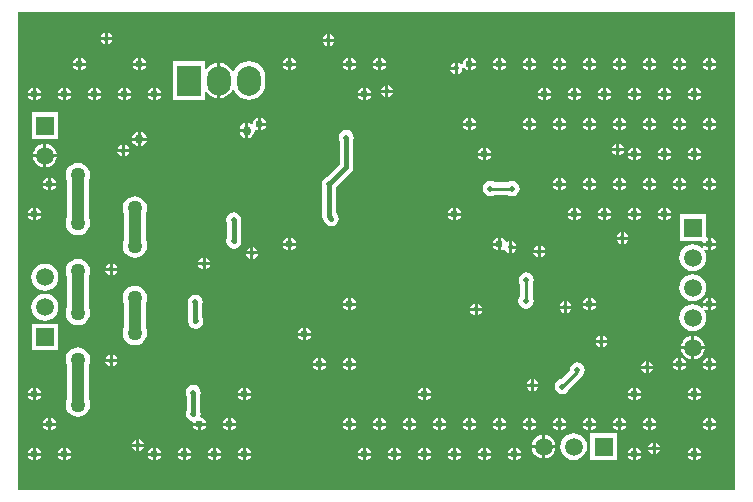
<source format=gbl>
G04*
G04 #@! TF.GenerationSoftware,Altium Limited,Altium Designer,18.1.9 (240)*
G04*
G04 Layer_Physical_Order=2*
G04 Layer_Color=16711680*
%FSLAX25Y25*%
%MOIN*%
G70*
G01*
G75*
%ADD12C,0.01000*%
%ADD56C,0.01500*%
%ADD57C,0.04000*%
%ADD60C,0.05906*%
%ADD61R,0.05906X0.05906*%
%ADD62R,0.07874X0.09843*%
%ADD63O,0.07874X0.09843*%
%ADD64R,0.05906X0.05906*%
%ADD65C,0.02000*%
%ADD66C,0.02400*%
%ADD67C,0.03000*%
%ADD68C,0.05000*%
G36*
X543500Y248000D02*
X304500D01*
Y407500D01*
X543500D01*
Y248000D01*
D02*
G37*
%LPC*%
G36*
X334500Y400440D02*
Y399000D01*
X335940D01*
X335884Y399280D01*
X335442Y399942D01*
X334781Y400384D01*
X334500Y400440D01*
D02*
G37*
G36*
X333500D02*
X333220Y400384D01*
X332558Y399942D01*
X332116Y399280D01*
X332060Y399000D01*
X333500D01*
Y400440D01*
D02*
G37*
G36*
X408500Y399940D02*
Y398500D01*
X409940D01*
X409884Y398780D01*
X409442Y399442D01*
X408780Y399884D01*
X408500Y399940D01*
D02*
G37*
G36*
X407500D02*
X407220Y399884D01*
X406558Y399442D01*
X406116Y398780D01*
X406060Y398500D01*
X407500D01*
Y399940D01*
D02*
G37*
G36*
X335940Y398000D02*
X334500D01*
Y396560D01*
X334781Y396616D01*
X335442Y397058D01*
X335884Y397720D01*
X335940Y398000D01*
D02*
G37*
G36*
X333500D02*
X332060D01*
X332116Y397720D01*
X332558Y397058D01*
X333220Y396616D01*
X333500Y396560D01*
Y398000D01*
D02*
G37*
G36*
X409940Y397500D02*
X408500D01*
Y396060D01*
X408780Y396116D01*
X409442Y396558D01*
X409884Y397219D01*
X409940Y397500D01*
D02*
G37*
G36*
X407500D02*
X406060D01*
X406116Y397219D01*
X406558Y396558D01*
X407220Y396116D01*
X407500Y396060D01*
Y397500D01*
D02*
G37*
G36*
X535500Y392144D02*
Y390500D01*
X537144D01*
X537072Y390858D01*
X536586Y391586D01*
X535858Y392072D01*
X535500Y392144D01*
D02*
G37*
G36*
X534500D02*
X534142Y392072D01*
X533414Y391586D01*
X532928Y390858D01*
X532856Y390500D01*
X534500D01*
Y392144D01*
D02*
G37*
G36*
X525500D02*
Y390500D01*
X527144D01*
X527072Y390858D01*
X526586Y391586D01*
X525858Y392072D01*
X525500Y392144D01*
D02*
G37*
G36*
X524500D02*
X524142Y392072D01*
X523414Y391586D01*
X522928Y390858D01*
X522856Y390500D01*
X524500D01*
Y392144D01*
D02*
G37*
G36*
X515500D02*
Y390500D01*
X517144D01*
X517072Y390858D01*
X516586Y391586D01*
X515858Y392072D01*
X515500Y392144D01*
D02*
G37*
G36*
X514500D02*
X514142Y392072D01*
X513414Y391586D01*
X512928Y390858D01*
X512856Y390500D01*
X514500D01*
Y392144D01*
D02*
G37*
G36*
X505500D02*
Y390500D01*
X507144D01*
X507072Y390858D01*
X506586Y391586D01*
X505858Y392072D01*
X505500Y392144D01*
D02*
G37*
G36*
X504500D02*
X504142Y392072D01*
X503414Y391586D01*
X502928Y390858D01*
X502856Y390500D01*
X504500D01*
Y392144D01*
D02*
G37*
G36*
X495500D02*
Y390500D01*
X497144D01*
X497072Y390858D01*
X496586Y391586D01*
X495858Y392072D01*
X495500Y392144D01*
D02*
G37*
G36*
X494500D02*
X494142Y392072D01*
X493414Y391586D01*
X492928Y390858D01*
X492856Y390500D01*
X494500D01*
Y392144D01*
D02*
G37*
G36*
X485500D02*
Y390500D01*
X487144D01*
X487072Y390858D01*
X486586Y391586D01*
X485858Y392072D01*
X485500Y392144D01*
D02*
G37*
G36*
X484500D02*
X484142Y392072D01*
X483414Y391586D01*
X482928Y390858D01*
X482856Y390500D01*
X484500D01*
Y392144D01*
D02*
G37*
G36*
X475500D02*
Y390500D01*
X477144D01*
X477072Y390858D01*
X476586Y391586D01*
X475858Y392072D01*
X475500Y392144D01*
D02*
G37*
G36*
X474500D02*
X474142Y392072D01*
X473414Y391586D01*
X472928Y390858D01*
X472856Y390500D01*
X474500D01*
Y392144D01*
D02*
G37*
G36*
X465500D02*
Y390500D01*
X467144D01*
X467072Y390858D01*
X466586Y391586D01*
X465858Y392072D01*
X465500Y392144D01*
D02*
G37*
G36*
X464500D02*
X464142Y392072D01*
X463414Y391586D01*
X462928Y390858D01*
X462856Y390500D01*
X464500D01*
Y392144D01*
D02*
G37*
G36*
X455500D02*
Y390500D01*
X457144D01*
X457072Y390858D01*
X456586Y391586D01*
X455858Y392072D01*
X455500Y392144D01*
D02*
G37*
G36*
X425500D02*
Y390500D01*
X427144D01*
X427072Y390858D01*
X426586Y391586D01*
X425858Y392072D01*
X425500Y392144D01*
D02*
G37*
G36*
X424500D02*
X424142Y392072D01*
X423414Y391586D01*
X422928Y390858D01*
X422856Y390500D01*
X424500D01*
Y392144D01*
D02*
G37*
G36*
X415500D02*
Y390500D01*
X417144D01*
X417072Y390858D01*
X416586Y391586D01*
X415858Y392072D01*
X415500Y392144D01*
D02*
G37*
G36*
X414500D02*
X414142Y392072D01*
X413414Y391586D01*
X412928Y390858D01*
X412856Y390500D01*
X414500D01*
Y392144D01*
D02*
G37*
G36*
X395500D02*
Y390500D01*
X397144D01*
X397072Y390858D01*
X396586Y391586D01*
X395858Y392072D01*
X395500Y392144D01*
D02*
G37*
G36*
X394500D02*
X394142Y392072D01*
X393414Y391586D01*
X392928Y390858D01*
X392856Y390500D01*
X394500D01*
Y392144D01*
D02*
G37*
G36*
X345500D02*
Y390500D01*
X347144D01*
X347072Y390858D01*
X346586Y391586D01*
X345858Y392072D01*
X345500Y392144D01*
D02*
G37*
G36*
X344500D02*
X344142Y392072D01*
X343414Y391586D01*
X342928Y390858D01*
X342856Y390500D01*
X344500D01*
Y392144D01*
D02*
G37*
G36*
X325500D02*
Y390500D01*
X327144D01*
X327072Y390858D01*
X326586Y391586D01*
X325858Y392072D01*
X325500Y392144D01*
D02*
G37*
G36*
X324500D02*
X324142Y392072D01*
X323414Y391586D01*
X322928Y390858D01*
X322856Y390500D01*
X324500D01*
Y392144D01*
D02*
G37*
G36*
X454500D02*
X454142Y392072D01*
X453414Y391586D01*
X452928Y390858D01*
X452757Y390000D01*
X452786Y389854D01*
X452315Y389659D01*
X452052Y390052D01*
X451391Y390494D01*
X451110Y390550D01*
Y388610D01*
Y386670D01*
X451391Y386726D01*
X452052Y387168D01*
X452494Y387830D01*
X452649Y388610D01*
X452636Y388678D01*
X453107Y388873D01*
X453414Y388414D01*
X454142Y387928D01*
X454500Y387856D01*
Y390000D01*
Y392144D01*
D02*
G37*
G36*
X450110Y390550D02*
X449830Y390494D01*
X449168Y390052D01*
X448726Y389391D01*
X448670Y389110D01*
X450110D01*
Y390550D01*
D02*
G37*
G36*
X537144Y389500D02*
X535500D01*
Y387856D01*
X535858Y387928D01*
X536586Y388414D01*
X537072Y389142D01*
X537144Y389500D01*
D02*
G37*
G36*
X534500D02*
X532856D01*
X532928Y389142D01*
X533414Y388414D01*
X534142Y387928D01*
X534500Y387856D01*
Y389500D01*
D02*
G37*
G36*
X527144D02*
X525500D01*
Y387856D01*
X525858Y387928D01*
X526586Y388414D01*
X527072Y389142D01*
X527144Y389500D01*
D02*
G37*
G36*
X524500D02*
X522856D01*
X522928Y389142D01*
X523414Y388414D01*
X524142Y387928D01*
X524500Y387856D01*
Y389500D01*
D02*
G37*
G36*
X517144D02*
X515500D01*
Y387856D01*
X515858Y387928D01*
X516586Y388414D01*
X517072Y389142D01*
X517144Y389500D01*
D02*
G37*
G36*
X514500D02*
X512856D01*
X512928Y389142D01*
X513414Y388414D01*
X514142Y387928D01*
X514500Y387856D01*
Y389500D01*
D02*
G37*
G36*
X507144D02*
X505500D01*
Y387856D01*
X505858Y387928D01*
X506586Y388414D01*
X507072Y389142D01*
X507144Y389500D01*
D02*
G37*
G36*
X504500D02*
X502856D01*
X502928Y389142D01*
X503414Y388414D01*
X504142Y387928D01*
X504500Y387856D01*
Y389500D01*
D02*
G37*
G36*
X497144D02*
X495500D01*
Y387856D01*
X495858Y387928D01*
X496586Y388414D01*
X497072Y389142D01*
X497144Y389500D01*
D02*
G37*
G36*
X494500D02*
X492856D01*
X492928Y389142D01*
X493414Y388414D01*
X494142Y387928D01*
X494500Y387856D01*
Y389500D01*
D02*
G37*
G36*
X487144D02*
X485500D01*
Y387856D01*
X485858Y387928D01*
X486586Y388414D01*
X487072Y389142D01*
X487144Y389500D01*
D02*
G37*
G36*
X484500D02*
X482856D01*
X482928Y389142D01*
X483414Y388414D01*
X484142Y387928D01*
X484500Y387856D01*
Y389500D01*
D02*
G37*
G36*
X477144D02*
X475500D01*
Y387856D01*
X475858Y387928D01*
X476586Y388414D01*
X477072Y389142D01*
X477144Y389500D01*
D02*
G37*
G36*
X474500D02*
X472856D01*
X472928Y389142D01*
X473414Y388414D01*
X474142Y387928D01*
X474500Y387856D01*
Y389500D01*
D02*
G37*
G36*
X467144D02*
X465500D01*
Y387856D01*
X465858Y387928D01*
X466586Y388414D01*
X467072Y389142D01*
X467144Y389500D01*
D02*
G37*
G36*
X464500D02*
X462856D01*
X462928Y389142D01*
X463414Y388414D01*
X464142Y387928D01*
X464500Y387856D01*
Y389500D01*
D02*
G37*
G36*
X457144D02*
X455500D01*
Y387856D01*
X455858Y387928D01*
X456586Y388414D01*
X457072Y389142D01*
X457144Y389500D01*
D02*
G37*
G36*
X427144D02*
X425500D01*
Y387856D01*
X425858Y387928D01*
X426586Y388414D01*
X427072Y389142D01*
X427144Y389500D01*
D02*
G37*
G36*
X424500D02*
X422856D01*
X422928Y389142D01*
X423414Y388414D01*
X424142Y387928D01*
X424500Y387856D01*
Y389500D01*
D02*
G37*
G36*
X417144D02*
X415500D01*
Y387856D01*
X415858Y387928D01*
X416586Y388414D01*
X417072Y389142D01*
X417144Y389500D01*
D02*
G37*
G36*
X414500D02*
X412856D01*
X412928Y389142D01*
X413414Y388414D01*
X414142Y387928D01*
X414500Y387856D01*
Y389500D01*
D02*
G37*
G36*
X397144D02*
X395500D01*
Y387856D01*
X395858Y387928D01*
X396586Y388414D01*
X397072Y389142D01*
X397144Y389500D01*
D02*
G37*
G36*
X394500D02*
X392856D01*
X392928Y389142D01*
X393414Y388414D01*
X394142Y387928D01*
X394500Y387856D01*
Y389500D01*
D02*
G37*
G36*
X347144D02*
X345500D01*
Y387856D01*
X345858Y387928D01*
X346586Y388414D01*
X347072Y389142D01*
X347144Y389500D01*
D02*
G37*
G36*
X344500D02*
X342856D01*
X342928Y389142D01*
X343414Y388414D01*
X344142Y387928D01*
X344500Y387856D01*
Y389500D01*
D02*
G37*
G36*
X327144D02*
X325500D01*
Y387856D01*
X325858Y387928D01*
X326586Y388414D01*
X327072Y389142D01*
X327144Y389500D01*
D02*
G37*
G36*
X324500D02*
X322856D01*
X322928Y389142D01*
X323414Y388414D01*
X324142Y387928D01*
X324500Y387856D01*
Y389500D01*
D02*
G37*
G36*
X381500Y390968D02*
X380081Y390781D01*
X378758Y390233D01*
X377622Y389362D01*
X376751Y388226D01*
X376479Y387571D01*
X375979Y387571D01*
X375813Y387974D01*
X375021Y389005D01*
X373990Y389797D01*
X372789Y390294D01*
X372000Y390398D01*
Y384500D01*
Y378602D01*
X372789Y378706D01*
X373990Y379203D01*
X375021Y379995D01*
X375813Y381026D01*
X375979Y381429D01*
X376479Y381429D01*
X376751Y380774D01*
X377622Y379638D01*
X378758Y378766D01*
X380081Y378219D01*
X381500Y378032D01*
X382919Y378219D01*
X384242Y378766D01*
X385378Y379638D01*
X386249Y380774D01*
X386797Y382096D01*
X386984Y383516D01*
Y385484D01*
X386797Y386904D01*
X386249Y388226D01*
X385378Y389362D01*
X384242Y390233D01*
X382919Y390781D01*
X381500Y390968D01*
D02*
G37*
G36*
X450110Y388110D02*
X448670D01*
X448726Y387830D01*
X449168Y387168D01*
X449830Y386726D01*
X450110Y386670D01*
Y388110D01*
D02*
G37*
G36*
X428000Y382940D02*
Y381500D01*
X429440D01*
X429384Y381780D01*
X428942Y382442D01*
X428280Y382884D01*
X428000Y382940D01*
D02*
G37*
G36*
X427000D02*
X426720Y382884D01*
X426058Y382442D01*
X425616Y381780D01*
X425560Y381500D01*
X427000D01*
Y382940D01*
D02*
G37*
G36*
X530500Y382144D02*
Y380500D01*
X532144D01*
X532072Y380858D01*
X531586Y381586D01*
X530858Y382072D01*
X530500Y382144D01*
D02*
G37*
G36*
X529500D02*
X529142Y382072D01*
X528414Y381586D01*
X527928Y380858D01*
X527856Y380500D01*
X529500D01*
Y382144D01*
D02*
G37*
G36*
X520500D02*
Y380500D01*
X522144D01*
X522072Y380858D01*
X521586Y381586D01*
X520858Y382072D01*
X520500Y382144D01*
D02*
G37*
G36*
X519500D02*
X519142Y382072D01*
X518414Y381586D01*
X517928Y380858D01*
X517856Y380500D01*
X519500D01*
Y382144D01*
D02*
G37*
G36*
X510500D02*
Y380500D01*
X512144D01*
X512072Y380858D01*
X511586Y381586D01*
X510858Y382072D01*
X510500Y382144D01*
D02*
G37*
G36*
X509500D02*
X509142Y382072D01*
X508414Y381586D01*
X507928Y380858D01*
X507856Y380500D01*
X509500D01*
Y382144D01*
D02*
G37*
G36*
X500500D02*
Y380500D01*
X502144D01*
X502072Y380858D01*
X501586Y381586D01*
X500858Y382072D01*
X500500Y382144D01*
D02*
G37*
G36*
X499500D02*
X499142Y382072D01*
X498414Y381586D01*
X497928Y380858D01*
X497856Y380500D01*
X499500D01*
Y382144D01*
D02*
G37*
G36*
X490500D02*
Y380500D01*
X492144D01*
X492072Y380858D01*
X491586Y381586D01*
X490858Y382072D01*
X490500Y382144D01*
D02*
G37*
G36*
X489500D02*
X489142Y382072D01*
X488414Y381586D01*
X487928Y380858D01*
X487856Y380500D01*
X489500D01*
Y382144D01*
D02*
G37*
G36*
X480500D02*
Y380500D01*
X482144D01*
X482072Y380858D01*
X481586Y381586D01*
X480858Y382072D01*
X480500Y382144D01*
D02*
G37*
G36*
X479500D02*
X479142Y382072D01*
X478414Y381586D01*
X477928Y380858D01*
X477856Y380500D01*
X479500D01*
Y382144D01*
D02*
G37*
G36*
X420500D02*
Y380500D01*
X422144D01*
X422072Y380858D01*
X421586Y381586D01*
X420858Y382072D01*
X420500Y382144D01*
D02*
G37*
G36*
X419500D02*
X419142Y382072D01*
X418414Y381586D01*
X417928Y380858D01*
X417856Y380500D01*
X419500D01*
Y382144D01*
D02*
G37*
G36*
X350500D02*
Y380500D01*
X352144D01*
X352072Y380858D01*
X351586Y381586D01*
X350858Y382072D01*
X350500Y382144D01*
D02*
G37*
G36*
X349500D02*
X349142Y382072D01*
X348414Y381586D01*
X347928Y380858D01*
X347856Y380500D01*
X349500D01*
Y382144D01*
D02*
G37*
G36*
X340500D02*
Y380500D01*
X342144D01*
X342072Y380858D01*
X341586Y381586D01*
X340858Y382072D01*
X340500Y382144D01*
D02*
G37*
G36*
X339500D02*
X339142Y382072D01*
X338414Y381586D01*
X337928Y380858D01*
X337856Y380500D01*
X339500D01*
Y382144D01*
D02*
G37*
G36*
X330500D02*
Y380500D01*
X332144D01*
X332072Y380858D01*
X331586Y381586D01*
X330858Y382072D01*
X330500Y382144D01*
D02*
G37*
G36*
X329500D02*
X329142Y382072D01*
X328414Y381586D01*
X327928Y380858D01*
X327856Y380500D01*
X329500D01*
Y382144D01*
D02*
G37*
G36*
X320500D02*
Y380500D01*
X322144D01*
X322072Y380858D01*
X321586Y381586D01*
X320858Y382072D01*
X320500Y382144D01*
D02*
G37*
G36*
X319500D02*
X319142Y382072D01*
X318414Y381586D01*
X317928Y380858D01*
X317856Y380500D01*
X319500D01*
Y382144D01*
D02*
G37*
G36*
X310500D02*
Y380500D01*
X312144D01*
X312072Y380858D01*
X311586Y381586D01*
X310858Y382072D01*
X310500Y382144D01*
D02*
G37*
G36*
X309500D02*
X309142Y382072D01*
X308414Y381586D01*
X307928Y380858D01*
X307856Y380500D01*
X309500D01*
Y382144D01*
D02*
G37*
G36*
X429440Y380500D02*
X428000D01*
Y379060D01*
X428280Y379116D01*
X428942Y379558D01*
X429384Y380220D01*
X429440Y380500D01*
D02*
G37*
G36*
X427000D02*
X425560D01*
X425616Y380220D01*
X426058Y379558D01*
X426720Y379116D01*
X427000Y379060D01*
Y380500D01*
D02*
G37*
G36*
X366937Y390921D02*
X356063D01*
Y378079D01*
X366937D01*
Y380531D01*
X367437Y380701D01*
X367979Y379995D01*
X369010Y379203D01*
X370211Y378706D01*
X371000Y378602D01*
Y384500D01*
Y390398D01*
X370211Y390294D01*
X369010Y389797D01*
X367979Y389005D01*
X367437Y388299D01*
X366937Y388469D01*
Y390921D01*
D02*
G37*
G36*
X532144Y379500D02*
X530500D01*
Y377856D01*
X530858Y377928D01*
X531586Y378414D01*
X532072Y379142D01*
X532144Y379500D01*
D02*
G37*
G36*
X529500D02*
X527856D01*
X527928Y379142D01*
X528414Y378414D01*
X529142Y377928D01*
X529500Y377856D01*
Y379500D01*
D02*
G37*
G36*
X522144D02*
X520500D01*
Y377856D01*
X520858Y377928D01*
X521586Y378414D01*
X522072Y379142D01*
X522144Y379500D01*
D02*
G37*
G36*
X519500D02*
X517856D01*
X517928Y379142D01*
X518414Y378414D01*
X519142Y377928D01*
X519500Y377856D01*
Y379500D01*
D02*
G37*
G36*
X512144D02*
X510500D01*
Y377856D01*
X510858Y377928D01*
X511586Y378414D01*
X512072Y379142D01*
X512144Y379500D01*
D02*
G37*
G36*
X509500D02*
X507856D01*
X507928Y379142D01*
X508414Y378414D01*
X509142Y377928D01*
X509500Y377856D01*
Y379500D01*
D02*
G37*
G36*
X502144D02*
X500500D01*
Y377856D01*
X500858Y377928D01*
X501586Y378414D01*
X502072Y379142D01*
X502144Y379500D01*
D02*
G37*
G36*
X499500D02*
X497856D01*
X497928Y379142D01*
X498414Y378414D01*
X499142Y377928D01*
X499500Y377856D01*
Y379500D01*
D02*
G37*
G36*
X492144D02*
X490500D01*
Y377856D01*
X490858Y377928D01*
X491586Y378414D01*
X492072Y379142D01*
X492144Y379500D01*
D02*
G37*
G36*
X489500D02*
X487856D01*
X487928Y379142D01*
X488414Y378414D01*
X489142Y377928D01*
X489500Y377856D01*
Y379500D01*
D02*
G37*
G36*
X482144D02*
X480500D01*
Y377856D01*
X480858Y377928D01*
X481586Y378414D01*
X482072Y379142D01*
X482144Y379500D01*
D02*
G37*
G36*
X479500D02*
X477856D01*
X477928Y379142D01*
X478414Y378414D01*
X479142Y377928D01*
X479500Y377856D01*
Y379500D01*
D02*
G37*
G36*
X422144D02*
X420500D01*
Y377856D01*
X420858Y377928D01*
X421586Y378414D01*
X422072Y379142D01*
X422144Y379500D01*
D02*
G37*
G36*
X419500D02*
X417856D01*
X417928Y379142D01*
X418414Y378414D01*
X419142Y377928D01*
X419500Y377856D01*
Y379500D01*
D02*
G37*
G36*
X352144D02*
X350500D01*
Y377856D01*
X350858Y377928D01*
X351586Y378414D01*
X352072Y379142D01*
X352144Y379500D01*
D02*
G37*
G36*
X349500D02*
X347856D01*
X347928Y379142D01*
X348414Y378414D01*
X349142Y377928D01*
X349500Y377856D01*
Y379500D01*
D02*
G37*
G36*
X342144D02*
X340500D01*
Y377856D01*
X340858Y377928D01*
X341586Y378414D01*
X342072Y379142D01*
X342144Y379500D01*
D02*
G37*
G36*
X339500D02*
X337856D01*
X337928Y379142D01*
X338414Y378414D01*
X339142Y377928D01*
X339500Y377856D01*
Y379500D01*
D02*
G37*
G36*
X332144D02*
X330500D01*
Y377856D01*
X330858Y377928D01*
X331586Y378414D01*
X332072Y379142D01*
X332144Y379500D01*
D02*
G37*
G36*
X329500D02*
X327856D01*
X327928Y379142D01*
X328414Y378414D01*
X329142Y377928D01*
X329500Y377856D01*
Y379500D01*
D02*
G37*
G36*
X322144D02*
X320500D01*
Y377856D01*
X320858Y377928D01*
X321586Y378414D01*
X322072Y379142D01*
X322144Y379500D01*
D02*
G37*
G36*
X319500D02*
X317856D01*
X317928Y379142D01*
X318414Y378414D01*
X319142Y377928D01*
X319500Y377856D01*
Y379500D01*
D02*
G37*
G36*
X312144D02*
X310500D01*
Y377856D01*
X310858Y377928D01*
X311586Y378414D01*
X312072Y379142D01*
X312144Y379500D01*
D02*
G37*
G36*
X309500D02*
X307856D01*
X307928Y379142D01*
X308414Y378414D01*
X309142Y377928D01*
X309500Y377856D01*
Y379500D01*
D02*
G37*
G36*
X535500Y372144D02*
Y370500D01*
X537144D01*
X537072Y370858D01*
X536586Y371586D01*
X535858Y372072D01*
X535500Y372144D01*
D02*
G37*
G36*
X534500D02*
X534142Y372072D01*
X533414Y371586D01*
X532928Y370858D01*
X532856Y370500D01*
X534500D01*
Y372144D01*
D02*
G37*
G36*
X525500D02*
Y370500D01*
X527144D01*
X527072Y370858D01*
X526586Y371586D01*
X525858Y372072D01*
X525500Y372144D01*
D02*
G37*
G36*
X524500D02*
X524142Y372072D01*
X523414Y371586D01*
X522928Y370858D01*
X522856Y370500D01*
X524500D01*
Y372144D01*
D02*
G37*
G36*
X515500D02*
Y370500D01*
X517144D01*
X517072Y370858D01*
X516586Y371586D01*
X515858Y372072D01*
X515500Y372144D01*
D02*
G37*
G36*
X514500D02*
X514142Y372072D01*
X513414Y371586D01*
X512928Y370858D01*
X512856Y370500D01*
X514500D01*
Y372144D01*
D02*
G37*
G36*
X505500D02*
Y370500D01*
X507144D01*
X507072Y370858D01*
X506586Y371586D01*
X505858Y372072D01*
X505500Y372144D01*
D02*
G37*
G36*
X504500D02*
X504142Y372072D01*
X503414Y371586D01*
X502928Y370858D01*
X502856Y370500D01*
X504500D01*
Y372144D01*
D02*
G37*
G36*
X495500D02*
Y370500D01*
X497144D01*
X497072Y370858D01*
X496586Y371586D01*
X495858Y372072D01*
X495500Y372144D01*
D02*
G37*
G36*
X494500D02*
X494142Y372072D01*
X493414Y371586D01*
X492928Y370858D01*
X492856Y370500D01*
X494500D01*
Y372144D01*
D02*
G37*
G36*
X485500D02*
Y370500D01*
X487144D01*
X487072Y370858D01*
X486586Y371586D01*
X485858Y372072D01*
X485500Y372144D01*
D02*
G37*
G36*
X484500D02*
X484142Y372072D01*
X483414Y371586D01*
X482928Y370858D01*
X482856Y370500D01*
X484500D01*
Y372144D01*
D02*
G37*
G36*
X475500D02*
Y370500D01*
X477144D01*
X477072Y370858D01*
X476586Y371586D01*
X475858Y372072D01*
X475500Y372144D01*
D02*
G37*
G36*
X474500D02*
X474142Y372072D01*
X473414Y371586D01*
X472928Y370858D01*
X472856Y370500D01*
X474500D01*
Y372144D01*
D02*
G37*
G36*
X455500D02*
Y370500D01*
X457144D01*
X457072Y370858D01*
X456586Y371586D01*
X455858Y372072D01*
X455500Y372144D01*
D02*
G37*
G36*
X454500D02*
X454142Y372072D01*
X453414Y371586D01*
X452928Y370858D01*
X452856Y370500D01*
X454500D01*
Y372144D01*
D02*
G37*
G36*
X385500D02*
Y370500D01*
X387144D01*
X387072Y370858D01*
X386586Y371586D01*
X385858Y372072D01*
X385500Y372144D01*
D02*
G37*
G36*
X384500D02*
X384142Y372072D01*
X383414Y371586D01*
X382928Y370858D01*
X382781Y370121D01*
X382447Y369908D01*
X382276Y369857D01*
X381797Y370177D01*
X381322Y370271D01*
Y367822D01*
Y365372D01*
X381797Y365467D01*
X382624Y366020D01*
X383177Y366846D01*
X383371Y367822D01*
X383366Y367844D01*
X383816Y368145D01*
X384142Y367928D01*
X384500Y367856D01*
Y370000D01*
Y372144D01*
D02*
G37*
G36*
X380322Y370271D02*
X379846Y370177D01*
X379019Y369624D01*
X378467Y368797D01*
X378372Y368322D01*
X380322D01*
Y370271D01*
D02*
G37*
G36*
X537144Y369500D02*
X535500D01*
Y367856D01*
X535858Y367928D01*
X536586Y368414D01*
X537072Y369142D01*
X537144Y369500D01*
D02*
G37*
G36*
X534500D02*
X532856D01*
X532928Y369142D01*
X533414Y368414D01*
X534142Y367928D01*
X534500Y367856D01*
Y369500D01*
D02*
G37*
G36*
X527144D02*
X525500D01*
Y367856D01*
X525858Y367928D01*
X526586Y368414D01*
X527072Y369142D01*
X527144Y369500D01*
D02*
G37*
G36*
X524500D02*
X522856D01*
X522928Y369142D01*
X523414Y368414D01*
X524142Y367928D01*
X524500Y367856D01*
Y369500D01*
D02*
G37*
G36*
X517144D02*
X515500D01*
Y367856D01*
X515858Y367928D01*
X516586Y368414D01*
X517072Y369142D01*
X517144Y369500D01*
D02*
G37*
G36*
X514500D02*
X512856D01*
X512928Y369142D01*
X513414Y368414D01*
X514142Y367928D01*
X514500Y367856D01*
Y369500D01*
D02*
G37*
G36*
X507144D02*
X505500D01*
Y367856D01*
X505858Y367928D01*
X506586Y368414D01*
X507072Y369142D01*
X507144Y369500D01*
D02*
G37*
G36*
X504500D02*
X502856D01*
X502928Y369142D01*
X503414Y368414D01*
X504142Y367928D01*
X504500Y367856D01*
Y369500D01*
D02*
G37*
G36*
X497144D02*
X495500D01*
Y367856D01*
X495858Y367928D01*
X496586Y368414D01*
X497072Y369142D01*
X497144Y369500D01*
D02*
G37*
G36*
X494500D02*
X492856D01*
X492928Y369142D01*
X493414Y368414D01*
X494142Y367928D01*
X494500Y367856D01*
Y369500D01*
D02*
G37*
G36*
X487144D02*
X485500D01*
Y367856D01*
X485858Y367928D01*
X486586Y368414D01*
X487072Y369142D01*
X487144Y369500D01*
D02*
G37*
G36*
X484500D02*
X482856D01*
X482928Y369142D01*
X483414Y368414D01*
X484142Y367928D01*
X484500Y367856D01*
Y369500D01*
D02*
G37*
G36*
X477144D02*
X475500D01*
Y367856D01*
X475858Y367928D01*
X476586Y368414D01*
X477072Y369142D01*
X477144Y369500D01*
D02*
G37*
G36*
X474500D02*
X472856D01*
X472928Y369142D01*
X473414Y368414D01*
X474142Y367928D01*
X474500Y367856D01*
Y369500D01*
D02*
G37*
G36*
X457144D02*
X455500D01*
Y367856D01*
X455858Y367928D01*
X456586Y368414D01*
X457072Y369142D01*
X457144Y369500D01*
D02*
G37*
G36*
X454500D02*
X452856D01*
X452928Y369142D01*
X453414Y368414D01*
X454142Y367928D01*
X454500Y367856D01*
Y369500D01*
D02*
G37*
G36*
X387144D02*
X385500D01*
Y367856D01*
X385858Y367928D01*
X386586Y368414D01*
X387072Y369142D01*
X387144Y369500D01*
D02*
G37*
G36*
X345500Y367449D02*
Y365500D01*
X347449D01*
X347355Y365975D01*
X346802Y366802D01*
X345975Y367355D01*
X345500Y367449D01*
D02*
G37*
G36*
X344500D02*
X344024Y367355D01*
X343198Y366802D01*
X342645Y365975D01*
X342550Y365500D01*
X344500D01*
Y367449D01*
D02*
G37*
G36*
X380322Y367322D02*
X378372D01*
X378467Y366846D01*
X379019Y366020D01*
X379846Y365467D01*
X380322Y365372D01*
Y367322D01*
D02*
G37*
G36*
X317953Y373953D02*
X309047D01*
Y365047D01*
X317953D01*
Y373953D01*
D02*
G37*
G36*
X347449Y364500D02*
X345500D01*
Y362550D01*
X345975Y362645D01*
X346802Y363198D01*
X347355Y364024D01*
X347449Y364500D01*
D02*
G37*
G36*
X344500D02*
X342550D01*
X342645Y364024D01*
X343198Y363198D01*
X344024Y362645D01*
X344500Y362550D01*
Y364500D01*
D02*
G37*
G36*
X505000Y363440D02*
Y362000D01*
X506440D01*
X506384Y362280D01*
X505942Y362942D01*
X505280Y363384D01*
X505000Y363440D01*
D02*
G37*
G36*
X504000D02*
X503720Y363384D01*
X503058Y362942D01*
X502616Y362280D01*
X502560Y362000D01*
X504000D01*
Y363440D01*
D02*
G37*
G36*
X340118Y363058D02*
Y361618D01*
X341558D01*
X341502Y361898D01*
X341060Y362560D01*
X340399Y363002D01*
X340118Y363058D01*
D02*
G37*
G36*
X339118D02*
X338838Y363002D01*
X338176Y362560D01*
X337734Y361898D01*
X337678Y361618D01*
X339118D01*
Y363058D01*
D02*
G37*
G36*
X530500Y362144D02*
Y360500D01*
X532144D01*
X532072Y360858D01*
X531586Y361586D01*
X530858Y362072D01*
X530500Y362144D01*
D02*
G37*
G36*
X529500D02*
X529142Y362072D01*
X528414Y361586D01*
X527928Y360858D01*
X527856Y360500D01*
X529500D01*
Y362144D01*
D02*
G37*
G36*
X520500D02*
Y360500D01*
X522144D01*
X522072Y360858D01*
X521586Y361586D01*
X520858Y362072D01*
X520500Y362144D01*
D02*
G37*
G36*
X519500D02*
X519142Y362072D01*
X518414Y361586D01*
X517928Y360858D01*
X517856Y360500D01*
X519500D01*
Y362144D01*
D02*
G37*
G36*
X510500D02*
Y360500D01*
X512144D01*
X512072Y360858D01*
X511586Y361586D01*
X510858Y362072D01*
X510500Y362144D01*
D02*
G37*
G36*
X509500D02*
X509142Y362072D01*
X508414Y361586D01*
X507928Y360858D01*
X507856Y360500D01*
X509500D01*
Y362144D01*
D02*
G37*
G36*
X460500D02*
Y360500D01*
X462144D01*
X462072Y360858D01*
X461586Y361586D01*
X460858Y362072D01*
X460500Y362144D01*
D02*
G37*
G36*
X459500D02*
X459142Y362072D01*
X458414Y361586D01*
X457928Y360858D01*
X457856Y360500D01*
X459500D01*
Y362144D01*
D02*
G37*
G36*
X314000Y363421D02*
Y360000D01*
X317421D01*
X317351Y360532D01*
X316953Y361493D01*
X316319Y362319D01*
X315493Y362953D01*
X314532Y363351D01*
X314000Y363421D01*
D02*
G37*
G36*
X313000D02*
X312468Y363351D01*
X311507Y362953D01*
X310681Y362319D01*
X310047Y361493D01*
X309649Y360532D01*
X309579Y360000D01*
X313000D01*
Y363421D01*
D02*
G37*
G36*
X506440Y361000D02*
X505000D01*
Y359560D01*
X505280Y359616D01*
X505942Y360058D01*
X506384Y360720D01*
X506440Y361000D01*
D02*
G37*
G36*
X504000D02*
X502560D01*
X502616Y360720D01*
X503058Y360058D01*
X503720Y359616D01*
X504000Y359560D01*
Y361000D01*
D02*
G37*
G36*
X341558Y360618D02*
X340118D01*
Y359178D01*
X340399Y359234D01*
X341060Y359676D01*
X341502Y360338D01*
X341558Y360618D01*
D02*
G37*
G36*
X339118D02*
X337678D01*
X337734Y360338D01*
X338176Y359676D01*
X338838Y359234D01*
X339118Y359178D01*
Y360618D01*
D02*
G37*
G36*
X532144Y359500D02*
X530500D01*
Y357856D01*
X530858Y357928D01*
X531586Y358414D01*
X532072Y359142D01*
X532144Y359500D01*
D02*
G37*
G36*
X529500D02*
X527856D01*
X527928Y359142D01*
X528414Y358414D01*
X529142Y357928D01*
X529500Y357856D01*
Y359500D01*
D02*
G37*
G36*
X522144D02*
X520500D01*
Y357856D01*
X520858Y357928D01*
X521586Y358414D01*
X522072Y359142D01*
X522144Y359500D01*
D02*
G37*
G36*
X519500D02*
X517856D01*
X517928Y359142D01*
X518414Y358414D01*
X519142Y357928D01*
X519500Y357856D01*
Y359500D01*
D02*
G37*
G36*
X512144D02*
X510500D01*
Y357856D01*
X510858Y357928D01*
X511586Y358414D01*
X512072Y359142D01*
X512144Y359500D01*
D02*
G37*
G36*
X509500D02*
X507856D01*
X507928Y359142D01*
X508414Y358414D01*
X509142Y357928D01*
X509500Y357856D01*
Y359500D01*
D02*
G37*
G36*
X462144D02*
X460500D01*
Y357856D01*
X460858Y357928D01*
X461586Y358414D01*
X462072Y359142D01*
X462144Y359500D01*
D02*
G37*
G36*
X459500D02*
X457856D01*
X457928Y359142D01*
X458414Y358414D01*
X459142Y357928D01*
X459500Y357856D01*
Y359500D01*
D02*
G37*
G36*
X317421Y359000D02*
X314000D01*
Y355579D01*
X314532Y355649D01*
X315493Y356047D01*
X316319Y356681D01*
X316953Y357507D01*
X317351Y358468D01*
X317421Y359000D01*
D02*
G37*
G36*
X313000D02*
X309579D01*
X309649Y358468D01*
X310047Y357507D01*
X310681Y356681D01*
X311507Y356047D01*
X312468Y355649D01*
X313000Y355579D01*
Y359000D01*
D02*
G37*
G36*
X469206Y351049D02*
X468230Y350855D01*
X467758Y350539D01*
X463448D01*
X462976Y350855D01*
X462000Y351049D01*
X461025Y350855D01*
X460198Y350302D01*
X459645Y349476D01*
X459451Y348500D01*
X459645Y347524D01*
X460198Y346698D01*
X461025Y346145D01*
X462000Y345951D01*
X462976Y346145D01*
X463448Y346461D01*
X467758D01*
X468230Y346145D01*
X469206Y345951D01*
X470181Y346145D01*
X471008Y346698D01*
X471561Y347524D01*
X471755Y348500D01*
X471561Y349476D01*
X471008Y350302D01*
X470181Y350855D01*
X469206Y351049D01*
D02*
G37*
G36*
X535500Y352144D02*
Y350500D01*
X537144D01*
X537072Y350858D01*
X536586Y351586D01*
X535858Y352072D01*
X535500Y352144D01*
D02*
G37*
G36*
X534500D02*
X534142Y352072D01*
X533414Y351586D01*
X532928Y350858D01*
X532856Y350500D01*
X534500D01*
Y352144D01*
D02*
G37*
G36*
X525500D02*
Y350500D01*
X527144D01*
X527072Y350858D01*
X526586Y351586D01*
X525858Y352072D01*
X525500Y352144D01*
D02*
G37*
G36*
X524500D02*
X524142Y352072D01*
X523414Y351586D01*
X522928Y350858D01*
X522856Y350500D01*
X524500D01*
Y352144D01*
D02*
G37*
G36*
X515500D02*
Y350500D01*
X517144D01*
X517072Y350858D01*
X516586Y351586D01*
X515858Y352072D01*
X515500Y352144D01*
D02*
G37*
G36*
X514500D02*
X514142Y352072D01*
X513414Y351586D01*
X512928Y350858D01*
X512856Y350500D01*
X514500D01*
Y352144D01*
D02*
G37*
G36*
X505500D02*
Y350500D01*
X507144D01*
X507072Y350858D01*
X506586Y351586D01*
X505858Y352072D01*
X505500Y352144D01*
D02*
G37*
G36*
X504500D02*
X504142Y352072D01*
X503414Y351586D01*
X502928Y350858D01*
X502856Y350500D01*
X504500D01*
Y352144D01*
D02*
G37*
G36*
X495500D02*
Y350500D01*
X497144D01*
X497072Y350858D01*
X496586Y351586D01*
X495858Y352072D01*
X495500Y352144D01*
D02*
G37*
G36*
X494500D02*
X494142Y352072D01*
X493414Y351586D01*
X492928Y350858D01*
X492856Y350500D01*
X494500D01*
Y352144D01*
D02*
G37*
G36*
X485500D02*
Y350500D01*
X487144D01*
X487072Y350858D01*
X486586Y351586D01*
X485858Y352072D01*
X485500Y352144D01*
D02*
G37*
G36*
X484500D02*
X484142Y352072D01*
X483414Y351586D01*
X482928Y350858D01*
X482856Y350500D01*
X484500D01*
Y352144D01*
D02*
G37*
G36*
X315500D02*
Y350500D01*
X317144D01*
X317072Y350858D01*
X316586Y351586D01*
X315858Y352072D01*
X315500Y352144D01*
D02*
G37*
G36*
X314500D02*
X314142Y352072D01*
X313414Y351586D01*
X312928Y350858D01*
X312856Y350500D01*
X314500D01*
Y352144D01*
D02*
G37*
G36*
X537144Y349500D02*
X535500D01*
Y347856D01*
X535858Y347928D01*
X536586Y348414D01*
X537072Y349142D01*
X537144Y349500D01*
D02*
G37*
G36*
X534500D02*
X532856D01*
X532928Y349142D01*
X533414Y348414D01*
X534142Y347928D01*
X534500Y347856D01*
Y349500D01*
D02*
G37*
G36*
X527144D02*
X525500D01*
Y347856D01*
X525858Y347928D01*
X526586Y348414D01*
X527072Y349142D01*
X527144Y349500D01*
D02*
G37*
G36*
X524500D02*
X522856D01*
X522928Y349142D01*
X523414Y348414D01*
X524142Y347928D01*
X524500Y347856D01*
Y349500D01*
D02*
G37*
G36*
X517144D02*
X515500D01*
Y347856D01*
X515858Y347928D01*
X516586Y348414D01*
X517072Y349142D01*
X517144Y349500D01*
D02*
G37*
G36*
X514500D02*
X512856D01*
X512928Y349142D01*
X513414Y348414D01*
X514142Y347928D01*
X514500Y347856D01*
Y349500D01*
D02*
G37*
G36*
X507144D02*
X505500D01*
Y347856D01*
X505858Y347928D01*
X506586Y348414D01*
X507072Y349142D01*
X507144Y349500D01*
D02*
G37*
G36*
X504500D02*
X502856D01*
X502928Y349142D01*
X503414Y348414D01*
X504142Y347928D01*
X504500Y347856D01*
Y349500D01*
D02*
G37*
G36*
X497144D02*
X495500D01*
Y347856D01*
X495858Y347928D01*
X496586Y348414D01*
X497072Y349142D01*
X497144Y349500D01*
D02*
G37*
G36*
X494500D02*
X492856D01*
X492928Y349142D01*
X493414Y348414D01*
X494142Y347928D01*
X494500Y347856D01*
Y349500D01*
D02*
G37*
G36*
X487144D02*
X485500D01*
Y347856D01*
X485858Y347928D01*
X486586Y348414D01*
X487072Y349142D01*
X487144Y349500D01*
D02*
G37*
G36*
X484500D02*
X482856D01*
X482928Y349142D01*
X483414Y348414D01*
X484142Y347928D01*
X484500Y347856D01*
Y349500D01*
D02*
G37*
G36*
X317144D02*
X315500D01*
Y347856D01*
X315858Y347928D01*
X316586Y348414D01*
X317072Y349142D01*
X317144Y349500D01*
D02*
G37*
G36*
X314500D02*
X312856D01*
X312928Y349142D01*
X313414Y348414D01*
X314142Y347928D01*
X314500Y347856D01*
Y349500D01*
D02*
G37*
G36*
X520500Y342144D02*
Y340500D01*
X522144D01*
X522072Y340858D01*
X521586Y341586D01*
X520858Y342072D01*
X520500Y342144D01*
D02*
G37*
G36*
X519500D02*
X519142Y342072D01*
X518414Y341586D01*
X517928Y340858D01*
X517856Y340500D01*
X519500D01*
Y342144D01*
D02*
G37*
G36*
X510500D02*
Y340500D01*
X512144D01*
X512072Y340858D01*
X511586Y341586D01*
X510858Y342072D01*
X510500Y342144D01*
D02*
G37*
G36*
X509500D02*
X509142Y342072D01*
X508414Y341586D01*
X507928Y340858D01*
X507856Y340500D01*
X509500D01*
Y342144D01*
D02*
G37*
G36*
X500500D02*
Y340500D01*
X502144D01*
X502072Y340858D01*
X501586Y341586D01*
X500858Y342072D01*
X500500Y342144D01*
D02*
G37*
G36*
X499500D02*
X499142Y342072D01*
X498414Y341586D01*
X497928Y340858D01*
X497856Y340500D01*
X499500D01*
Y342144D01*
D02*
G37*
G36*
X490500D02*
Y340500D01*
X492144D01*
X492072Y340858D01*
X491586Y341586D01*
X490858Y342072D01*
X490500Y342144D01*
D02*
G37*
G36*
X489500D02*
X489142Y342072D01*
X488414Y341586D01*
X487928Y340858D01*
X487856Y340500D01*
X489500D01*
Y342144D01*
D02*
G37*
G36*
X450500D02*
Y340500D01*
X452144D01*
X452072Y340858D01*
X451586Y341586D01*
X450858Y342072D01*
X450500Y342144D01*
D02*
G37*
G36*
X449500D02*
X449142Y342072D01*
X448414Y341586D01*
X447928Y340858D01*
X447856Y340500D01*
X449500D01*
Y342144D01*
D02*
G37*
G36*
X310500D02*
Y340500D01*
X312144D01*
X312072Y340858D01*
X311586Y341586D01*
X310858Y342072D01*
X310500Y342144D01*
D02*
G37*
G36*
X309500D02*
X309142Y342072D01*
X308414Y341586D01*
X307928Y340858D01*
X307856Y340500D01*
X309500D01*
Y342144D01*
D02*
G37*
G36*
X522144Y339500D02*
X520500D01*
Y337856D01*
X520858Y337928D01*
X521586Y338414D01*
X522072Y339142D01*
X522144Y339500D01*
D02*
G37*
G36*
X519500D02*
X517856D01*
X517928Y339142D01*
X518414Y338414D01*
X519142Y337928D01*
X519500Y337856D01*
Y339500D01*
D02*
G37*
G36*
X512144D02*
X510500D01*
Y337856D01*
X510858Y337928D01*
X511586Y338414D01*
X512072Y339142D01*
X512144Y339500D01*
D02*
G37*
G36*
X509500D02*
X507856D01*
X507928Y339142D01*
X508414Y338414D01*
X509142Y337928D01*
X509500Y337856D01*
Y339500D01*
D02*
G37*
G36*
X502144D02*
X500500D01*
Y337856D01*
X500858Y337928D01*
X501586Y338414D01*
X502072Y339142D01*
X502144Y339500D01*
D02*
G37*
G36*
X499500D02*
X497856D01*
X497928Y339142D01*
X498414Y338414D01*
X499142Y337928D01*
X499500Y337856D01*
Y339500D01*
D02*
G37*
G36*
X492144D02*
X490500D01*
Y337856D01*
X490858Y337928D01*
X491586Y338414D01*
X492072Y339142D01*
X492144Y339500D01*
D02*
G37*
G36*
X489500D02*
X487856D01*
X487928Y339142D01*
X488414Y338414D01*
X489142Y337928D01*
X489500Y337856D01*
Y339500D01*
D02*
G37*
G36*
X452144D02*
X450500D01*
Y337856D01*
X450858Y337928D01*
X451586Y338414D01*
X452072Y339142D01*
X452144Y339500D01*
D02*
G37*
G36*
X449500D02*
X447856D01*
X447928Y339142D01*
X448414Y338414D01*
X449142Y337928D01*
X449500Y337856D01*
Y339500D01*
D02*
G37*
G36*
X312144D02*
X310500D01*
Y337856D01*
X310858Y337928D01*
X311586Y338414D01*
X312072Y339142D01*
X312144Y339500D01*
D02*
G37*
G36*
X309500D02*
X307856D01*
X307928Y339142D01*
X308414Y338414D01*
X309142Y337928D01*
X309500Y337856D01*
Y339500D01*
D02*
G37*
G36*
X414000Y368049D02*
X413025Y367855D01*
X412198Y367302D01*
X411645Y366476D01*
X411451Y365500D01*
X411645Y364525D01*
X411706Y364433D01*
Y356641D01*
X407441Y352376D01*
X407334Y352355D01*
X406507Y351802D01*
X405954Y350975D01*
X405760Y350000D01*
X405954Y349025D01*
X406015Y348933D01*
Y339191D01*
X406190Y338313D01*
X406615Y337677D01*
X406645Y337525D01*
X407198Y336698D01*
X408025Y336145D01*
X409000Y335951D01*
X409975Y336145D01*
X410802Y336698D01*
X411355Y337525D01*
X411549Y338500D01*
X411355Y339475D01*
X410802Y340302D01*
X410603Y340436D01*
Y348933D01*
X410664Y349025D01*
X410685Y349132D01*
X415622Y354069D01*
X416119Y354813D01*
X416294Y355691D01*
Y364433D01*
X416355Y364525D01*
X416549Y365500D01*
X416355Y366476D01*
X415802Y367302D01*
X414976Y367855D01*
X414000Y368049D01*
D02*
G37*
G36*
X324500Y357034D02*
X323456Y356897D01*
X322483Y356494D01*
X321647Y355853D01*
X321006Y355017D01*
X320603Y354044D01*
X320465Y353000D01*
X320603Y351956D01*
X320970Y351070D01*
Y338871D01*
X320603Y337985D01*
X320465Y336941D01*
X320603Y335897D01*
X321006Y334924D01*
X321647Y334088D01*
X322483Y333447D01*
X323456Y333044D01*
X324500Y332907D01*
X325544Y333044D01*
X326517Y333447D01*
X327353Y334088D01*
X327994Y334924D01*
X328397Y335897D01*
X328535Y336941D01*
X328397Y337985D01*
X328030Y338871D01*
Y351070D01*
X328397Y351956D01*
X328535Y353000D01*
X328397Y354044D01*
X327994Y355017D01*
X327353Y355853D01*
X326517Y356494D01*
X325544Y356897D01*
X324500Y357034D01*
D02*
G37*
G36*
X506430Y333929D02*
Y332489D01*
X507870D01*
X507814Y332769D01*
X507372Y333431D01*
X506711Y333873D01*
X506430Y333929D01*
D02*
G37*
G36*
X505430D02*
X505150Y333873D01*
X504488Y333431D01*
X504046Y332769D01*
X503991Y332489D01*
X505430D01*
Y333929D01*
D02*
G37*
G36*
X535500Y332144D02*
Y330500D01*
X537144D01*
X537072Y330858D01*
X536586Y331586D01*
X535858Y332072D01*
X535500Y332144D01*
D02*
G37*
G36*
X533953Y339953D02*
X525047D01*
Y331047D01*
X532498D01*
X532866Y330547D01*
X532856Y330500D01*
X534500D01*
Y332144D01*
X534453Y332134D01*
X533953Y332502D01*
Y339953D01*
D02*
G37*
G36*
X464500Y332144D02*
X464142Y332072D01*
X463414Y331586D01*
X462928Y330858D01*
X462856Y330500D01*
X464500D01*
Y332144D01*
D02*
G37*
G36*
X395500D02*
Y330500D01*
X397144D01*
X397072Y330858D01*
X396586Y331586D01*
X395858Y332072D01*
X395500Y332144D01*
D02*
G37*
G36*
X394500D02*
X394142Y332072D01*
X393414Y331586D01*
X392928Y330858D01*
X392856Y330500D01*
X394500D01*
Y332144D01*
D02*
G37*
G36*
X507870Y331489D02*
X506430D01*
Y330049D01*
X506711Y330105D01*
X507372Y330547D01*
X507814Y331209D01*
X507870Y331489D01*
D02*
G37*
G36*
X505430D02*
X503991D01*
X504046Y331209D01*
X504488Y330547D01*
X505150Y330105D01*
X505430Y330049D01*
Y331489D01*
D02*
G37*
G36*
X469206Y330940D02*
Y329500D01*
X470646D01*
X470590Y329780D01*
X470148Y330442D01*
X469486Y330884D01*
X469206Y330940D01*
D02*
G37*
G36*
X376431Y340549D02*
X375455Y340355D01*
X374629Y339802D01*
X374076Y338976D01*
X373882Y338000D01*
X374076Y337024D01*
X374137Y336933D01*
Y332067D01*
X374076Y331976D01*
X373882Y331000D01*
X374076Y330025D01*
X374629Y329198D01*
X375455Y328645D01*
X376431Y328451D01*
X377406Y328645D01*
X378233Y329198D01*
X378786Y330025D01*
X378980Y331000D01*
X378786Y331976D01*
X378725Y332067D01*
Y336933D01*
X378786Y337024D01*
X378980Y338000D01*
X378786Y338976D01*
X378233Y339802D01*
X377406Y340355D01*
X376431Y340549D01*
D02*
G37*
G36*
X478775Y329440D02*
Y328000D01*
X480215D01*
X480159Y328280D01*
X479717Y328942D01*
X479055Y329384D01*
X478775Y329440D01*
D02*
G37*
G36*
X477775D02*
X477494Y329384D01*
X476833Y328942D01*
X476391Y328280D01*
X476335Y328000D01*
X477775D01*
Y329440D01*
D02*
G37*
G36*
X537144Y329500D02*
X535500D01*
Y327856D01*
X535858Y327928D01*
X536586Y328414D01*
X537072Y329142D01*
X537144Y329500D01*
D02*
G37*
G36*
X529500Y329991D02*
X528338Y329838D01*
X527254Y329390D01*
X526324Y328676D01*
X525610Y327746D01*
X525162Y326662D01*
X525009Y325500D01*
X525162Y324338D01*
X525610Y323254D01*
X526324Y322324D01*
X527254Y321610D01*
X528338Y321162D01*
X529500Y321009D01*
X530662Y321162D01*
X531746Y321610D01*
X532676Y322324D01*
X533390Y323254D01*
X533838Y324338D01*
X533991Y325500D01*
X533838Y326662D01*
X533390Y327746D01*
X533258Y327917D01*
X533605Y328286D01*
X534142Y327928D01*
X534500Y327856D01*
Y329500D01*
X532856D01*
X532928Y329142D01*
X532967Y329082D01*
X532597Y328736D01*
X531746Y329390D01*
X530662Y329838D01*
X529500Y329991D01*
D02*
G37*
G36*
X464500Y329500D02*
X462856D01*
X462928Y329142D01*
X463414Y328414D01*
X464142Y327928D01*
X464500Y327856D01*
Y329500D01*
D02*
G37*
G36*
X397144D02*
X395500D01*
Y327856D01*
X395858Y327928D01*
X396586Y328414D01*
X397072Y329142D01*
X397144Y329500D01*
D02*
G37*
G36*
X394500D02*
X392856D01*
X392928Y329142D01*
X393414Y328414D01*
X394142Y327928D01*
X394500Y327856D01*
Y329500D01*
D02*
G37*
G36*
X383000Y328957D02*
Y327517D01*
X384440D01*
X384384Y327797D01*
X383942Y328459D01*
X383280Y328901D01*
X383000Y328957D01*
D02*
G37*
G36*
X382000D02*
X381720Y328901D01*
X381058Y328459D01*
X380616Y327797D01*
X380560Y327517D01*
X382000D01*
Y328957D01*
D02*
G37*
G36*
X470646Y328500D02*
X469206D01*
Y327060D01*
X469486Y327116D01*
X470148Y327558D01*
X470590Y328220D01*
X470646Y328500D01*
D02*
G37*
G36*
X465500Y332144D02*
Y330000D01*
Y327856D01*
X465858Y327928D01*
X466310Y328229D01*
X466427Y328227D01*
X466917Y328077D01*
X467264Y327558D01*
X467925Y327116D01*
X468206Y327060D01*
Y329000D01*
Y330940D01*
X467925Y330884D01*
X467618Y330679D01*
X467072Y330858D01*
X466586Y331586D01*
X465858Y332072D01*
X465500Y332144D01*
D02*
G37*
G36*
X480215Y327000D02*
X478775D01*
Y325560D01*
X479055Y325616D01*
X479717Y326058D01*
X480159Y326720D01*
X480215Y327000D01*
D02*
G37*
G36*
X477775D02*
X476335D01*
X476391Y326720D01*
X476833Y326058D01*
X477494Y325616D01*
X477775Y325560D01*
Y327000D01*
D02*
G37*
G36*
X343500Y345976D02*
X342456Y345838D01*
X341483Y345435D01*
X340647Y344794D01*
X340006Y343958D01*
X339603Y342986D01*
X339465Y341941D01*
X339603Y340897D01*
X339970Y340011D01*
Y331430D01*
X339603Y330544D01*
X339465Y329500D01*
X339603Y328456D01*
X340006Y327483D01*
X340647Y326647D01*
X341483Y326006D01*
X342456Y325603D01*
X343500Y325465D01*
X344544Y325603D01*
X345517Y326006D01*
X346353Y326647D01*
X346994Y327483D01*
X347397Y328456D01*
X347534Y329500D01*
X347397Y330544D01*
X347030Y331430D01*
Y340011D01*
X347397Y340897D01*
X347534Y341941D01*
X347397Y342986D01*
X346994Y343958D01*
X346353Y344794D01*
X345517Y345435D01*
X344544Y345838D01*
X343500Y345976D01*
D02*
G37*
G36*
X384440Y326517D02*
X383000D01*
Y325077D01*
X383280Y325133D01*
X383942Y325575D01*
X384384Y326237D01*
X384440Y326517D01*
D02*
G37*
G36*
X382000D02*
X380560D01*
X380616Y326237D01*
X381058Y325575D01*
X381720Y325133D01*
X382000Y325077D01*
Y326517D01*
D02*
G37*
G36*
X367032Y325408D02*
Y323968D01*
X368471D01*
X368416Y324249D01*
X367974Y324910D01*
X367312Y325352D01*
X367032Y325408D01*
D02*
G37*
G36*
X366032D02*
X365751Y325352D01*
X365090Y324910D01*
X364648Y324249D01*
X364592Y323968D01*
X366032D01*
Y325408D01*
D02*
G37*
G36*
X336118Y323558D02*
Y322118D01*
X337558D01*
X337502Y322398D01*
X337060Y323060D01*
X336399Y323502D01*
X336118Y323558D01*
D02*
G37*
G36*
X335118D02*
X334838Y323502D01*
X334176Y323060D01*
X333734Y322398D01*
X333678Y322118D01*
X335118D01*
Y323558D01*
D02*
G37*
G36*
X368471Y322968D02*
X367032D01*
Y321529D01*
X367312Y321584D01*
X367974Y322026D01*
X368416Y322688D01*
X368471Y322968D01*
D02*
G37*
G36*
X366032D02*
X364592D01*
X364648Y322688D01*
X365090Y322026D01*
X365751Y321584D01*
X366032Y321529D01*
Y322968D01*
D02*
G37*
G36*
X337558Y321118D02*
X336118D01*
Y319678D01*
X336399Y319734D01*
X337060Y320176D01*
X337502Y320838D01*
X337558Y321118D01*
D02*
G37*
G36*
X335118D02*
X333678D01*
X333734Y320838D01*
X334176Y320176D01*
X334838Y319734D01*
X335118Y319678D01*
Y321118D01*
D02*
G37*
G36*
X313500Y323491D02*
X312338Y323338D01*
X311254Y322889D01*
X310324Y322176D01*
X309611Y321246D01*
X309162Y320162D01*
X309009Y319000D01*
X309162Y317838D01*
X309611Y316754D01*
X310324Y315824D01*
X311254Y315110D01*
X312338Y314662D01*
X313500Y314509D01*
X314662Y314662D01*
X315746Y315110D01*
X316676Y315824D01*
X317389Y316754D01*
X317838Y317838D01*
X317991Y319000D01*
X317838Y320162D01*
X317389Y321246D01*
X316676Y322176D01*
X315746Y322889D01*
X314662Y323338D01*
X313500Y323491D01*
D02*
G37*
G36*
X529500Y319991D02*
X528338Y319838D01*
X527254Y319390D01*
X526324Y318676D01*
X525610Y317746D01*
X525162Y316662D01*
X525009Y315500D01*
X525162Y314338D01*
X525610Y313254D01*
X526324Y312324D01*
X527254Y311611D01*
X528338Y311162D01*
X529500Y311009D01*
X530662Y311162D01*
X531746Y311611D01*
X532676Y312324D01*
X533390Y313254D01*
X533838Y314338D01*
X533991Y315500D01*
X533838Y316662D01*
X533390Y317746D01*
X532676Y318676D01*
X531746Y319390D01*
X530662Y319838D01*
X529500Y319991D01*
D02*
G37*
G36*
X535500Y312144D02*
Y310500D01*
X537144D01*
X537072Y310858D01*
X536586Y311586D01*
X535858Y312072D01*
X535500Y312144D01*
D02*
G37*
G36*
X534500D02*
X534142Y312072D01*
X533414Y311586D01*
X532928Y310858D01*
X532856Y310500D01*
X534500D01*
Y312144D01*
D02*
G37*
G36*
X495500D02*
Y310500D01*
X497144D01*
X497072Y310858D01*
X496586Y311586D01*
X495858Y312072D01*
X495500Y312144D01*
D02*
G37*
G36*
X494500D02*
X494142Y312072D01*
X493414Y311586D01*
X492928Y310858D01*
X492856Y310500D01*
X494500D01*
Y312144D01*
D02*
G37*
G36*
X415500D02*
Y310500D01*
X417144D01*
X417072Y310858D01*
X416586Y311586D01*
X415858Y312072D01*
X415500Y312144D01*
D02*
G37*
G36*
X414500D02*
X414142Y312072D01*
X413414Y311586D01*
X412928Y310858D01*
X412856Y310500D01*
X414500D01*
Y312144D01*
D02*
G37*
G36*
X487500Y310940D02*
Y309500D01*
X488940D01*
X488884Y309780D01*
X488442Y310442D01*
X487780Y310884D01*
X487500Y310940D01*
D02*
G37*
G36*
X486500D02*
X486220Y310884D01*
X485558Y310442D01*
X485116Y309780D01*
X485060Y309500D01*
X486500D01*
Y310940D01*
D02*
G37*
G36*
X457695Y310135D02*
Y308695D01*
X459135D01*
X459079Y308975D01*
X458637Y309637D01*
X457975Y310079D01*
X457695Y310135D01*
D02*
G37*
G36*
X456695D02*
X456415Y310079D01*
X455753Y309637D01*
X455311Y308975D01*
X455255Y308695D01*
X456695D01*
Y310135D01*
D02*
G37*
G36*
X474000Y320587D02*
X473025Y320393D01*
X472198Y319840D01*
X471645Y319014D01*
X471451Y318038D01*
X471645Y317063D01*
X471961Y316590D01*
Y312693D01*
X471481Y311976D01*
X471287Y311000D01*
X471481Y310024D01*
X472034Y309198D01*
X472861Y308645D01*
X473836Y308451D01*
X474812Y308645D01*
X475639Y309198D01*
X476191Y310024D01*
X476385Y311000D01*
X476191Y311976D01*
X476039Y312203D01*
Y316590D01*
X476355Y317063D01*
X476549Y318038D01*
X476355Y319014D01*
X475802Y319840D01*
X474975Y320393D01*
X474000Y320587D01*
D02*
G37*
G36*
X537144Y309500D02*
X535500D01*
Y307856D01*
X535858Y307928D01*
X536586Y308414D01*
X537072Y309142D01*
X537144Y309500D01*
D02*
G37*
G36*
X529500Y309991D02*
X528338Y309838D01*
X527254Y309389D01*
X526324Y308676D01*
X525610Y307746D01*
X525162Y306662D01*
X525009Y305500D01*
X525162Y304338D01*
X525610Y303254D01*
X526324Y302324D01*
X527254Y301610D01*
X528338Y301162D01*
X529500Y301009D01*
X530662Y301162D01*
X531746Y301610D01*
X532676Y302324D01*
X533390Y303254D01*
X533838Y304338D01*
X533991Y305500D01*
X533838Y306662D01*
X533390Y307746D01*
X533258Y307916D01*
X533605Y308286D01*
X534142Y307928D01*
X534500Y307856D01*
Y309500D01*
X532856D01*
X532928Y309142D01*
X532967Y309082D01*
X532597Y308736D01*
X531746Y309389D01*
X530662Y309838D01*
X529500Y309991D01*
D02*
G37*
G36*
X497144Y309500D02*
X495500D01*
Y307856D01*
X495858Y307928D01*
X496586Y308414D01*
X497072Y309142D01*
X497144Y309500D01*
D02*
G37*
G36*
X494500D02*
X492856D01*
X492928Y309142D01*
X493414Y308414D01*
X494142Y307928D01*
X494500Y307856D01*
Y309500D01*
D02*
G37*
G36*
X417144D02*
X415500D01*
Y307856D01*
X415858Y307928D01*
X416586Y308414D01*
X417072Y309142D01*
X417144Y309500D01*
D02*
G37*
G36*
X414500D02*
X412856D01*
X412928Y309142D01*
X413414Y308414D01*
X414142Y307928D01*
X414500Y307856D01*
Y309500D01*
D02*
G37*
G36*
X488940Y308500D02*
X487500D01*
Y307060D01*
X487780Y307116D01*
X488442Y307558D01*
X488884Y308220D01*
X488940Y308500D01*
D02*
G37*
G36*
X486500D02*
X485060D01*
X485116Y308220D01*
X485558Y307558D01*
X486220Y307116D01*
X486500Y307060D01*
Y308500D01*
D02*
G37*
G36*
X459135Y307695D02*
X457695D01*
Y306255D01*
X457975Y306311D01*
X458637Y306753D01*
X459079Y307415D01*
X459135Y307695D01*
D02*
G37*
G36*
X456695D02*
X455255D01*
X455311Y307415D01*
X455753Y306753D01*
X456415Y306311D01*
X456695Y306255D01*
Y307695D01*
D02*
G37*
G36*
X313500Y313491D02*
X312338Y313338D01*
X311254Y312890D01*
X310324Y312176D01*
X309611Y311246D01*
X309162Y310162D01*
X309009Y309000D01*
X309162Y307838D01*
X309611Y306754D01*
X310324Y305824D01*
X311254Y305111D01*
X312338Y304662D01*
X313500Y304509D01*
X314662Y304662D01*
X315746Y305111D01*
X316676Y305824D01*
X317389Y306754D01*
X317838Y307838D01*
X317991Y309000D01*
X317838Y310162D01*
X317389Y311246D01*
X316676Y312176D01*
X315746Y312890D01*
X314662Y313338D01*
X313500Y313491D01*
D02*
G37*
G36*
X324500Y325034D02*
X323456Y324897D01*
X322483Y324494D01*
X321647Y323853D01*
X321006Y323017D01*
X320603Y322044D01*
X320465Y321000D01*
X320603Y319956D01*
X320970Y319070D01*
Y308930D01*
X320603Y308044D01*
X320465Y307000D01*
X320603Y305956D01*
X321006Y304983D01*
X321647Y304147D01*
X322483Y303506D01*
X323456Y303103D01*
X324500Y302965D01*
X325544Y303103D01*
X326517Y303506D01*
X327353Y304147D01*
X327994Y304983D01*
X328397Y305956D01*
X328535Y307000D01*
X328397Y308044D01*
X328030Y308930D01*
Y319070D01*
X328397Y319956D01*
X328535Y321000D01*
X328397Y322044D01*
X327994Y323017D01*
X327353Y323853D01*
X326517Y324494D01*
X325544Y324897D01*
X324500Y325034D01*
D02*
G37*
G36*
X363625Y313174D02*
X362649Y312980D01*
X361823Y312427D01*
X361270Y311600D01*
X361076Y310625D01*
X361270Y309649D01*
X361331Y309558D01*
Y304920D01*
X361201Y304267D01*
X361395Y303292D01*
X361948Y302465D01*
X362774Y301912D01*
X363750Y301718D01*
X364725Y301912D01*
X365552Y302465D01*
X366105Y303292D01*
X366299Y304267D01*
X366105Y305242D01*
X365919Y305521D01*
Y309558D01*
X365980Y309649D01*
X366174Y310625D01*
X365980Y311600D01*
X365427Y312427D01*
X364600Y312980D01*
X363625Y313174D01*
D02*
G37*
G36*
X400500Y302144D02*
Y300500D01*
X402144D01*
X402072Y300858D01*
X401586Y301586D01*
X400858Y302072D01*
X400500Y302144D01*
D02*
G37*
G36*
X399500D02*
X399142Y302072D01*
X398414Y301586D01*
X397928Y300858D01*
X397856Y300500D01*
X399500D01*
Y302144D01*
D02*
G37*
G36*
X499500Y299440D02*
Y298000D01*
X500940D01*
X500884Y298280D01*
X500442Y298942D01*
X499780Y299384D01*
X499500Y299440D01*
D02*
G37*
G36*
X498500D02*
X498220Y299384D01*
X497558Y298942D01*
X497116Y298280D01*
X497060Y298000D01*
X498500D01*
Y299440D01*
D02*
G37*
G36*
X402144Y299500D02*
X400500D01*
Y297856D01*
X400858Y297928D01*
X401586Y298414D01*
X402072Y299142D01*
X402144Y299500D01*
D02*
G37*
G36*
X399500D02*
X397856D01*
X397928Y299142D01*
X398414Y298414D01*
X399142Y297928D01*
X399500Y297856D01*
Y299500D01*
D02*
G37*
G36*
X343500Y316052D02*
X342456Y315914D01*
X341483Y315511D01*
X340647Y314870D01*
X340006Y314034D01*
X339603Y313061D01*
X339465Y312017D01*
X339603Y310973D01*
X339970Y310087D01*
Y302251D01*
X339603Y301365D01*
X339465Y300321D01*
X339603Y299277D01*
X340006Y298304D01*
X340647Y297468D01*
X341483Y296827D01*
X342456Y296424D01*
X343500Y296287D01*
X344544Y296424D01*
X345517Y296827D01*
X346353Y297468D01*
X346994Y298304D01*
X347397Y299277D01*
X347534Y300321D01*
X347397Y301365D01*
X347030Y302251D01*
Y310087D01*
X347397Y310973D01*
X347534Y312017D01*
X347397Y313061D01*
X346994Y314034D01*
X346353Y314870D01*
X345517Y315511D01*
X344544Y315914D01*
X343500Y316052D01*
D02*
G37*
G36*
X530000Y299421D02*
Y296000D01*
X533421D01*
X533351Y296532D01*
X532953Y297493D01*
X532319Y298319D01*
X531493Y298953D01*
X530532Y299351D01*
X530000Y299421D01*
D02*
G37*
G36*
X529000D02*
X528468Y299351D01*
X527507Y298953D01*
X526681Y298319D01*
X526047Y297493D01*
X525649Y296532D01*
X525579Y296000D01*
X529000D01*
Y299421D01*
D02*
G37*
G36*
X500940Y297000D02*
X499500D01*
Y295560D01*
X499780Y295616D01*
X500442Y296058D01*
X500884Y296720D01*
X500940Y297000D01*
D02*
G37*
G36*
X498500D02*
X497060D01*
X497116Y296720D01*
X497558Y296058D01*
X498220Y295616D01*
X498500Y295560D01*
Y297000D01*
D02*
G37*
G36*
X317953Y303453D02*
X309047D01*
Y294547D01*
X317953D01*
Y303453D01*
D02*
G37*
G36*
X336118Y293058D02*
Y291618D01*
X337558D01*
X337502Y291898D01*
X337060Y292560D01*
X336399Y293002D01*
X336118Y293058D01*
D02*
G37*
G36*
X335118D02*
X334838Y293002D01*
X334176Y292560D01*
X333734Y291898D01*
X333678Y291618D01*
X335118D01*
Y293058D01*
D02*
G37*
G36*
X533421Y295000D02*
X530000D01*
Y291579D01*
X530532Y291649D01*
X531493Y292047D01*
X532319Y292681D01*
X532953Y293507D01*
X533351Y294468D01*
X533421Y295000D01*
D02*
G37*
G36*
X529000D02*
X525579D01*
X525649Y294468D01*
X526047Y293507D01*
X526681Y292681D01*
X527507Y292047D01*
X528468Y291649D01*
X529000Y291579D01*
Y295000D01*
D02*
G37*
G36*
X535500Y292144D02*
Y290500D01*
X537144D01*
X537072Y290858D01*
X536586Y291586D01*
X535858Y292072D01*
X535500Y292144D01*
D02*
G37*
G36*
X534500D02*
X534142Y292072D01*
X533414Y291586D01*
X532928Y290858D01*
X532856Y290500D01*
X534500D01*
Y292144D01*
D02*
G37*
G36*
X525500D02*
Y290500D01*
X527144D01*
X527072Y290858D01*
X526586Y291586D01*
X525858Y292072D01*
X525500Y292144D01*
D02*
G37*
G36*
X524500D02*
X524142Y292072D01*
X523414Y291586D01*
X522928Y290858D01*
X522856Y290500D01*
X524500D01*
Y292144D01*
D02*
G37*
G36*
X415500D02*
Y290500D01*
X417144D01*
X417072Y290858D01*
X416586Y291586D01*
X415858Y292072D01*
X415500Y292144D01*
D02*
G37*
G36*
X414500D02*
X414142Y292072D01*
X413414Y291586D01*
X412928Y290858D01*
X412856Y290500D01*
X414500D01*
Y292144D01*
D02*
G37*
G36*
X405500D02*
Y290500D01*
X407144D01*
X407072Y290858D01*
X406586Y291586D01*
X405858Y292072D01*
X405500Y292144D01*
D02*
G37*
G36*
X404500D02*
X404142Y292072D01*
X403414Y291586D01*
X402928Y290858D01*
X402856Y290500D01*
X404500D01*
Y292144D01*
D02*
G37*
G36*
X514706Y290940D02*
Y289500D01*
X516146D01*
X516090Y289780D01*
X515648Y290442D01*
X514986Y290884D01*
X514706Y290940D01*
D02*
G37*
G36*
X513706D02*
X513425Y290884D01*
X512764Y290442D01*
X512322Y289780D01*
X512266Y289500D01*
X513706D01*
Y290940D01*
D02*
G37*
G36*
X337558Y290618D02*
X336118D01*
Y289178D01*
X336399Y289234D01*
X337060Y289676D01*
X337502Y290338D01*
X337558Y290618D01*
D02*
G37*
G36*
X335118D02*
X333678D01*
X333734Y290338D01*
X334176Y289676D01*
X334838Y289234D01*
X335118Y289178D01*
Y290618D01*
D02*
G37*
G36*
X537144Y289500D02*
X535500D01*
Y287856D01*
X535858Y287928D01*
X536586Y288414D01*
X537072Y289142D01*
X537144Y289500D01*
D02*
G37*
G36*
X534500D02*
X532856D01*
X532928Y289142D01*
X533414Y288414D01*
X534142Y287928D01*
X534500Y287856D01*
Y289500D01*
D02*
G37*
G36*
X527144D02*
X525500D01*
Y287856D01*
X525858Y287928D01*
X526586Y288414D01*
X527072Y289142D01*
X527144Y289500D01*
D02*
G37*
G36*
X524500D02*
X522856D01*
X522928Y289142D01*
X523414Y288414D01*
X524142Y287928D01*
X524500Y287856D01*
Y289500D01*
D02*
G37*
G36*
X417144D02*
X415500D01*
Y287856D01*
X415858Y287928D01*
X416586Y288414D01*
X417072Y289142D01*
X417144Y289500D01*
D02*
G37*
G36*
X414500D02*
X412856D01*
X412928Y289142D01*
X413414Y288414D01*
X414142Y287928D01*
X414500Y287856D01*
Y289500D01*
D02*
G37*
G36*
X407144D02*
X405500D01*
Y287856D01*
X405858Y287928D01*
X406586Y288414D01*
X407072Y289142D01*
X407144Y289500D01*
D02*
G37*
G36*
X404500D02*
X402856D01*
X402928Y289142D01*
X403414Y288414D01*
X404142Y287928D01*
X404500Y287856D01*
Y289500D01*
D02*
G37*
G36*
X516146Y288500D02*
X514706D01*
Y287060D01*
X514986Y287116D01*
X515648Y287558D01*
X516090Y288220D01*
X516146Y288500D01*
D02*
G37*
G36*
X513706D02*
X512266D01*
X512322Y288220D01*
X512764Y287558D01*
X513425Y287116D01*
X513706Y287060D01*
Y288500D01*
D02*
G37*
G36*
X476489Y284929D02*
Y283489D01*
X477929D01*
X477873Y283769D01*
X477431Y284431D01*
X476769Y284873D01*
X476489Y284929D01*
D02*
G37*
G36*
X475489D02*
X475209Y284873D01*
X474547Y284431D01*
X474105Y283769D01*
X474049Y283489D01*
X475489D01*
Y284929D01*
D02*
G37*
G36*
X477929Y282489D02*
X476489D01*
Y281049D01*
X476769Y281105D01*
X477431Y281547D01*
X477873Y282209D01*
X477929Y282489D01*
D02*
G37*
G36*
X475489D02*
X474049D01*
X474105Y282209D01*
X474547Y281547D01*
X475209Y281105D01*
X475489Y281049D01*
Y282489D01*
D02*
G37*
G36*
X530500Y282144D02*
Y280500D01*
X532144D01*
X532072Y280858D01*
X531586Y281586D01*
X530858Y282072D01*
X530500Y282144D01*
D02*
G37*
G36*
X529500D02*
X529142Y282072D01*
X528414Y281586D01*
X527928Y280858D01*
X527856Y280500D01*
X529500D01*
Y282144D01*
D02*
G37*
G36*
X510500D02*
Y280500D01*
X512144D01*
X512072Y280858D01*
X511586Y281586D01*
X510858Y282072D01*
X510500Y282144D01*
D02*
G37*
G36*
X509500D02*
X509142Y282072D01*
X508414Y281586D01*
X507928Y280858D01*
X507856Y280500D01*
X509500D01*
Y282144D01*
D02*
G37*
G36*
X440500D02*
Y280500D01*
X442144D01*
X442072Y280858D01*
X441586Y281586D01*
X440858Y282072D01*
X440500Y282144D01*
D02*
G37*
G36*
X439500D02*
X439142Y282072D01*
X438414Y281586D01*
X437928Y280858D01*
X437856Y280500D01*
X439500D01*
Y282144D01*
D02*
G37*
G36*
X380500D02*
Y280500D01*
X382144D01*
X382072Y280858D01*
X381586Y281586D01*
X380858Y282072D01*
X380500Y282144D01*
D02*
G37*
G36*
X379500D02*
X379142Y282072D01*
X378414Y281586D01*
X377928Y280858D01*
X377856Y280500D01*
X379500D01*
Y282144D01*
D02*
G37*
G36*
X310500D02*
Y280500D01*
X312144D01*
X312072Y280858D01*
X311586Y281586D01*
X310858Y282072D01*
X310500Y282144D01*
D02*
G37*
G36*
X309500D02*
X309142Y282072D01*
X308414Y281586D01*
X307928Y280858D01*
X307856Y280500D01*
X309500D01*
Y282144D01*
D02*
G37*
G36*
X491000Y290549D02*
X490025Y290355D01*
X489198Y289802D01*
X488645Y288976D01*
X488451Y288000D01*
X488478Y287862D01*
X485582Y284966D01*
X485024Y284855D01*
X484198Y284302D01*
X483645Y283475D01*
X483451Y282500D01*
X483645Y281524D01*
X484198Y280698D01*
X485024Y280145D01*
X486000Y279951D01*
X486975Y280145D01*
X487802Y280698D01*
X488355Y281524D01*
X488466Y282082D01*
X492136Y285753D01*
X492802Y286198D01*
X493355Y287024D01*
X493549Y288000D01*
X493355Y288976D01*
X492802Y289802D01*
X491975Y290355D01*
X491000Y290549D01*
D02*
G37*
G36*
X532144Y279500D02*
X530500D01*
Y277856D01*
X530858Y277928D01*
X531586Y278414D01*
X532072Y279142D01*
X532144Y279500D01*
D02*
G37*
G36*
X529500D02*
X527856D01*
X527928Y279142D01*
X528414Y278414D01*
X529142Y277928D01*
X529500Y277856D01*
Y279500D01*
D02*
G37*
G36*
X512144D02*
X510500D01*
Y277856D01*
X510858Y277928D01*
X511586Y278414D01*
X512072Y279142D01*
X512144Y279500D01*
D02*
G37*
G36*
X509500D02*
X507856D01*
X507928Y279142D01*
X508414Y278414D01*
X509142Y277928D01*
X509500Y277856D01*
Y279500D01*
D02*
G37*
G36*
X442144D02*
X440500D01*
Y277856D01*
X440858Y277928D01*
X441586Y278414D01*
X442072Y279142D01*
X442144Y279500D01*
D02*
G37*
G36*
X439500D02*
X437856D01*
X437928Y279142D01*
X438414Y278414D01*
X439142Y277928D01*
X439500Y277856D01*
Y279500D01*
D02*
G37*
G36*
X382144D02*
X380500D01*
Y277856D01*
X380858Y277928D01*
X381586Y278414D01*
X382072Y279142D01*
X382144Y279500D01*
D02*
G37*
G36*
X379500D02*
X377856D01*
X377928Y279142D01*
X378414Y278414D01*
X379142Y277928D01*
X379500Y277856D01*
Y279500D01*
D02*
G37*
G36*
X312144D02*
X310500D01*
Y277856D01*
X310858Y277928D01*
X311586Y278414D01*
X312072Y279142D01*
X312144Y279500D01*
D02*
G37*
G36*
X309500D02*
X307856D01*
X307928Y279142D01*
X308414Y278414D01*
X309142Y277928D01*
X309500Y277856D01*
Y279500D01*
D02*
G37*
G36*
X324500Y295534D02*
X323456Y295397D01*
X322483Y294994D01*
X321647Y294353D01*
X321006Y293517D01*
X320603Y292544D01*
X320465Y291500D01*
X320603Y290456D01*
X320970Y289570D01*
Y278430D01*
X320603Y277544D01*
X320465Y276500D01*
X320603Y275456D01*
X321006Y274483D01*
X321647Y273647D01*
X322483Y273006D01*
X323456Y272603D01*
X324500Y272465D01*
X325544Y272603D01*
X326517Y273006D01*
X327353Y273647D01*
X327994Y274483D01*
X328397Y275456D01*
X328535Y276500D01*
X328397Y277544D01*
X328030Y278430D01*
Y289570D01*
X328397Y290456D01*
X328535Y291500D01*
X328397Y292544D01*
X327994Y293517D01*
X327353Y294353D01*
X326517Y294994D01*
X325544Y295397D01*
X324500Y295534D01*
D02*
G37*
G36*
X535500Y272144D02*
Y270500D01*
X537144D01*
X537072Y270858D01*
X536586Y271586D01*
X535858Y272072D01*
X535500Y272144D01*
D02*
G37*
G36*
X534500D02*
X534142Y272072D01*
X533414Y271586D01*
X532928Y270858D01*
X532856Y270500D01*
X534500D01*
Y272144D01*
D02*
G37*
G36*
X515500D02*
Y270500D01*
X517144D01*
X517072Y270858D01*
X516586Y271586D01*
X515858Y272072D01*
X515500Y272144D01*
D02*
G37*
G36*
X514500D02*
X514142Y272072D01*
X513414Y271586D01*
X512928Y270858D01*
X512856Y270500D01*
X514500D01*
Y272144D01*
D02*
G37*
G36*
X505500D02*
Y270500D01*
X507144D01*
X507072Y270858D01*
X506586Y271586D01*
X505858Y272072D01*
X505500Y272144D01*
D02*
G37*
G36*
X504500D02*
X504142Y272072D01*
X503414Y271586D01*
X502928Y270858D01*
X502856Y270500D01*
X504500D01*
Y272144D01*
D02*
G37*
G36*
X495500D02*
Y270500D01*
X497144D01*
X497072Y270858D01*
X496586Y271586D01*
X495858Y272072D01*
X495500Y272144D01*
D02*
G37*
G36*
X494500D02*
X494142Y272072D01*
X493414Y271586D01*
X492928Y270858D01*
X492856Y270500D01*
X494500D01*
Y272144D01*
D02*
G37*
G36*
X485500D02*
Y270500D01*
X487144D01*
X487072Y270858D01*
X486586Y271586D01*
X485858Y272072D01*
X485500Y272144D01*
D02*
G37*
G36*
X484500D02*
X484142Y272072D01*
X483414Y271586D01*
X482928Y270858D01*
X482856Y270500D01*
X484500D01*
Y272144D01*
D02*
G37*
G36*
X475500D02*
Y270500D01*
X477144D01*
X477072Y270858D01*
X476586Y271586D01*
X475858Y272072D01*
X475500Y272144D01*
D02*
G37*
G36*
X474500D02*
X474142Y272072D01*
X473414Y271586D01*
X472928Y270858D01*
X472856Y270500D01*
X474500D01*
Y272144D01*
D02*
G37*
G36*
X465500D02*
Y270500D01*
X467144D01*
X467072Y270858D01*
X466586Y271586D01*
X465858Y272072D01*
X465500Y272144D01*
D02*
G37*
G36*
X464500D02*
X464142Y272072D01*
X463414Y271586D01*
X462928Y270858D01*
X462856Y270500D01*
X464500D01*
Y272144D01*
D02*
G37*
G36*
X455500D02*
Y270500D01*
X457144D01*
X457072Y270858D01*
X456586Y271586D01*
X455858Y272072D01*
X455500Y272144D01*
D02*
G37*
G36*
X454500D02*
X454142Y272072D01*
X453414Y271586D01*
X452928Y270858D01*
X452856Y270500D01*
X454500D01*
Y272144D01*
D02*
G37*
G36*
X445500D02*
Y270500D01*
X447144D01*
X447072Y270858D01*
X446586Y271586D01*
X445858Y272072D01*
X445500Y272144D01*
D02*
G37*
G36*
X444500D02*
X444142Y272072D01*
X443414Y271586D01*
X442928Y270858D01*
X442856Y270500D01*
X444500D01*
Y272144D01*
D02*
G37*
G36*
X435500D02*
Y270500D01*
X437144D01*
X437072Y270858D01*
X436586Y271586D01*
X435858Y272072D01*
X435500Y272144D01*
D02*
G37*
G36*
X434500D02*
X434142Y272072D01*
X433414Y271586D01*
X432928Y270858D01*
X432856Y270500D01*
X434500D01*
Y272144D01*
D02*
G37*
G36*
X425500D02*
Y270500D01*
X427144D01*
X427072Y270858D01*
X426586Y271586D01*
X425858Y272072D01*
X425500Y272144D01*
D02*
G37*
G36*
X424500D02*
X424142Y272072D01*
X423414Y271586D01*
X422928Y270858D01*
X422856Y270500D01*
X424500D01*
Y272144D01*
D02*
G37*
G36*
X415500D02*
Y270500D01*
X417144D01*
X417072Y270858D01*
X416586Y271586D01*
X415858Y272072D01*
X415500Y272144D01*
D02*
G37*
G36*
X414500D02*
X414142Y272072D01*
X413414Y271586D01*
X412928Y270858D01*
X412856Y270500D01*
X414500D01*
Y272144D01*
D02*
G37*
G36*
X375500D02*
Y270500D01*
X377144D01*
X377072Y270858D01*
X376586Y271586D01*
X375858Y272072D01*
X375500Y272144D01*
D02*
G37*
G36*
X374500D02*
X374142Y272072D01*
X373414Y271586D01*
X372928Y270858D01*
X372856Y270500D01*
X374500D01*
Y272144D01*
D02*
G37*
G36*
X363000Y283049D02*
X362024Y282855D01*
X361198Y282302D01*
X360645Y281475D01*
X360451Y280500D01*
X360645Y279524D01*
X360706Y279433D01*
Y274567D01*
X360645Y274476D01*
X360451Y273500D01*
X360645Y272524D01*
X361198Y271698D01*
X362024Y271145D01*
X362500Y271050D01*
X362833Y270500D01*
X367144D01*
X367072Y270858D01*
X366586Y271586D01*
X365858Y272072D01*
X365514Y272141D01*
X365355Y272525D01*
X365549Y273500D01*
X365355Y274476D01*
X365294Y274567D01*
Y279433D01*
X365355Y279524D01*
X365549Y280500D01*
X365355Y281475D01*
X364802Y282302D01*
X363976Y282855D01*
X363000Y283049D01*
D02*
G37*
G36*
X315500Y272144D02*
Y270500D01*
X317144D01*
X317072Y270858D01*
X316586Y271586D01*
X315858Y272072D01*
X315500Y272144D01*
D02*
G37*
G36*
X314500D02*
X314142Y272072D01*
X313414Y271586D01*
X312928Y270858D01*
X312856Y270500D01*
X314500D01*
Y272144D01*
D02*
G37*
G36*
X537144Y269500D02*
X535500D01*
Y267856D01*
X535858Y267928D01*
X536586Y268414D01*
X537072Y269142D01*
X537144Y269500D01*
D02*
G37*
G36*
X534500D02*
X532856D01*
X532928Y269142D01*
X533414Y268414D01*
X534142Y267928D01*
X534500Y267856D01*
Y269500D01*
D02*
G37*
G36*
X517144D02*
X515500D01*
Y267856D01*
X515858Y267928D01*
X516586Y268414D01*
X517072Y269142D01*
X517144Y269500D01*
D02*
G37*
G36*
X514500D02*
X512856D01*
X512928Y269142D01*
X513414Y268414D01*
X514142Y267928D01*
X514500Y267856D01*
Y269500D01*
D02*
G37*
G36*
X507144D02*
X505500D01*
Y267856D01*
X505858Y267928D01*
X506586Y268414D01*
X507072Y269142D01*
X507144Y269500D01*
D02*
G37*
G36*
X504500D02*
X502856D01*
X502928Y269142D01*
X503414Y268414D01*
X504142Y267928D01*
X504500Y267856D01*
Y269500D01*
D02*
G37*
G36*
X497144D02*
X495500D01*
Y267856D01*
X495858Y267928D01*
X496586Y268414D01*
X497072Y269142D01*
X497144Y269500D01*
D02*
G37*
G36*
X494500D02*
X492856D01*
X492928Y269142D01*
X493414Y268414D01*
X494142Y267928D01*
X494500Y267856D01*
Y269500D01*
D02*
G37*
G36*
X487144D02*
X485500D01*
Y267856D01*
X485858Y267928D01*
X486586Y268414D01*
X487072Y269142D01*
X487144Y269500D01*
D02*
G37*
G36*
X484500D02*
X482856D01*
X482928Y269142D01*
X483414Y268414D01*
X484142Y267928D01*
X484500Y267856D01*
Y269500D01*
D02*
G37*
G36*
X477144D02*
X475500D01*
Y267856D01*
X475858Y267928D01*
X476586Y268414D01*
X477072Y269142D01*
X477144Y269500D01*
D02*
G37*
G36*
X474500D02*
X472856D01*
X472928Y269142D01*
X473414Y268414D01*
X474142Y267928D01*
X474500Y267856D01*
Y269500D01*
D02*
G37*
G36*
X467144D02*
X465500D01*
Y267856D01*
X465858Y267928D01*
X466586Y268414D01*
X467072Y269142D01*
X467144Y269500D01*
D02*
G37*
G36*
X464500D02*
X462856D01*
X462928Y269142D01*
X463414Y268414D01*
X464142Y267928D01*
X464500Y267856D01*
Y269500D01*
D02*
G37*
G36*
X457144D02*
X455500D01*
Y267856D01*
X455858Y267928D01*
X456586Y268414D01*
X457072Y269142D01*
X457144Y269500D01*
D02*
G37*
G36*
X454500D02*
X452856D01*
X452928Y269142D01*
X453414Y268414D01*
X454142Y267928D01*
X454500Y267856D01*
Y269500D01*
D02*
G37*
G36*
X447144D02*
X445500D01*
Y267856D01*
X445858Y267928D01*
X446586Y268414D01*
X447072Y269142D01*
X447144Y269500D01*
D02*
G37*
G36*
X444500D02*
X442856D01*
X442928Y269142D01*
X443414Y268414D01*
X444142Y267928D01*
X444500Y267856D01*
Y269500D01*
D02*
G37*
G36*
X437144D02*
X435500D01*
Y267856D01*
X435858Y267928D01*
X436586Y268414D01*
X437072Y269142D01*
X437144Y269500D01*
D02*
G37*
G36*
X434500D02*
X432856D01*
X432928Y269142D01*
X433414Y268414D01*
X434142Y267928D01*
X434500Y267856D01*
Y269500D01*
D02*
G37*
G36*
X427144D02*
X425500D01*
Y267856D01*
X425858Y267928D01*
X426586Y268414D01*
X427072Y269142D01*
X427144Y269500D01*
D02*
G37*
G36*
X424500D02*
X422856D01*
X422928Y269142D01*
X423414Y268414D01*
X424142Y267928D01*
X424500Y267856D01*
Y269500D01*
D02*
G37*
G36*
X417144D02*
X415500D01*
Y267856D01*
X415858Y267928D01*
X416586Y268414D01*
X417072Y269142D01*
X417144Y269500D01*
D02*
G37*
G36*
X414500D02*
X412856D01*
X412928Y269142D01*
X413414Y268414D01*
X414142Y267928D01*
X414500Y267856D01*
Y269500D01*
D02*
G37*
G36*
X377144D02*
X375500D01*
Y267856D01*
X375858Y267928D01*
X376586Y268414D01*
X377072Y269142D01*
X377144Y269500D01*
D02*
G37*
G36*
X374500D02*
X372856D01*
X372928Y269142D01*
X373414Y268414D01*
X374142Y267928D01*
X374500Y267856D01*
Y269500D01*
D02*
G37*
G36*
X367144D02*
X365500D01*
Y267856D01*
X365858Y267928D01*
X366586Y268414D01*
X367072Y269142D01*
X367144Y269500D01*
D02*
G37*
G36*
X364500D02*
X362856D01*
X362928Y269142D01*
X363414Y268414D01*
X364142Y267928D01*
X364500Y267856D01*
Y269500D01*
D02*
G37*
G36*
X317144D02*
X315500D01*
Y267856D01*
X315858Y267928D01*
X316586Y268414D01*
X317072Y269142D01*
X317144Y269500D01*
D02*
G37*
G36*
X314500D02*
X312856D01*
X312928Y269142D01*
X313414Y268414D01*
X314142Y267928D01*
X314500Y267856D01*
Y269500D01*
D02*
G37*
G36*
X345000Y264940D02*
Y263500D01*
X346440D01*
X346384Y263780D01*
X345942Y264442D01*
X345280Y264884D01*
X345000Y264940D01*
D02*
G37*
G36*
X344000D02*
X343720Y264884D01*
X343058Y264442D01*
X342616Y263780D01*
X342560Y263500D01*
X344000D01*
Y264940D01*
D02*
G37*
G36*
X480217Y266421D02*
Y263000D01*
X483638D01*
X483568Y263532D01*
X483170Y264493D01*
X482536Y265319D01*
X481710Y265953D01*
X480749Y266351D01*
X480217Y266421D01*
D02*
G37*
G36*
X479217D02*
X478685Y266351D01*
X477723Y265953D01*
X476898Y265319D01*
X476264Y264493D01*
X475866Y263532D01*
X475796Y263000D01*
X479217D01*
Y266421D01*
D02*
G37*
G36*
X517046Y263893D02*
Y262454D01*
X518486D01*
X518431Y262734D01*
X517988Y263395D01*
X517327Y263838D01*
X517046Y263893D01*
D02*
G37*
G36*
X516046D02*
X515766Y263838D01*
X515105Y263395D01*
X514663Y262734D01*
X514607Y262454D01*
X516046D01*
Y263893D01*
D02*
G37*
G36*
X346440Y262500D02*
X345000D01*
Y261060D01*
X345280Y261116D01*
X345942Y261558D01*
X346384Y262220D01*
X346440Y262500D01*
D02*
G37*
G36*
X344000D02*
X342560D01*
X342616Y262220D01*
X343058Y261558D01*
X343720Y261116D01*
X344000Y261060D01*
Y262500D01*
D02*
G37*
G36*
X530500Y262144D02*
Y260500D01*
X532144D01*
X532072Y260858D01*
X531586Y261586D01*
X530858Y262072D01*
X530500Y262144D01*
D02*
G37*
G36*
X529500D02*
X529142Y262072D01*
X528414Y261586D01*
X527928Y260858D01*
X527856Y260500D01*
X529500D01*
Y262144D01*
D02*
G37*
G36*
X510500D02*
Y260500D01*
X512144D01*
X512072Y260858D01*
X511586Y261586D01*
X510858Y262072D01*
X510500Y262144D01*
D02*
G37*
G36*
X509500D02*
X509142Y262072D01*
X508414Y261586D01*
X507928Y260858D01*
X507856Y260500D01*
X509500D01*
Y262144D01*
D02*
G37*
G36*
X470500D02*
Y260500D01*
X472144D01*
X472072Y260858D01*
X471586Y261586D01*
X470858Y262072D01*
X470500Y262144D01*
D02*
G37*
G36*
X469500D02*
X469142Y262072D01*
X468414Y261586D01*
X467928Y260858D01*
X467856Y260500D01*
X469500D01*
Y262144D01*
D02*
G37*
G36*
X460500D02*
Y260500D01*
X462144D01*
X462072Y260858D01*
X461586Y261586D01*
X460858Y262072D01*
X460500Y262144D01*
D02*
G37*
G36*
X459500D02*
X459142Y262072D01*
X458414Y261586D01*
X457928Y260858D01*
X457856Y260500D01*
X459500D01*
Y262144D01*
D02*
G37*
G36*
X450500D02*
Y260500D01*
X452144D01*
X452072Y260858D01*
X451586Y261586D01*
X450858Y262072D01*
X450500Y262144D01*
D02*
G37*
G36*
X449500D02*
X449142Y262072D01*
X448414Y261586D01*
X447928Y260858D01*
X447856Y260500D01*
X449500D01*
Y262144D01*
D02*
G37*
G36*
X440500D02*
Y260500D01*
X442144D01*
X442072Y260858D01*
X441586Y261586D01*
X440858Y262072D01*
X440500Y262144D01*
D02*
G37*
G36*
X439500D02*
X439142Y262072D01*
X438414Y261586D01*
X437928Y260858D01*
X437856Y260500D01*
X439500D01*
Y262144D01*
D02*
G37*
G36*
X430500D02*
Y260500D01*
X432144D01*
X432072Y260858D01*
X431586Y261586D01*
X430858Y262072D01*
X430500Y262144D01*
D02*
G37*
G36*
X429500D02*
X429142Y262072D01*
X428414Y261586D01*
X427928Y260858D01*
X427856Y260500D01*
X429500D01*
Y262144D01*
D02*
G37*
G36*
X420500D02*
Y260500D01*
X422144D01*
X422072Y260858D01*
X421586Y261586D01*
X420858Y262072D01*
X420500Y262144D01*
D02*
G37*
G36*
X419500D02*
X419142Y262072D01*
X418414Y261586D01*
X417928Y260858D01*
X417856Y260500D01*
X419500D01*
Y262144D01*
D02*
G37*
G36*
X380500D02*
Y260500D01*
X382144D01*
X382072Y260858D01*
X381586Y261586D01*
X380858Y262072D01*
X380500Y262144D01*
D02*
G37*
G36*
X379500D02*
X379142Y262072D01*
X378414Y261586D01*
X377928Y260858D01*
X377856Y260500D01*
X379500D01*
Y262144D01*
D02*
G37*
G36*
X370500D02*
Y260500D01*
X372144D01*
X372072Y260858D01*
X371586Y261586D01*
X370858Y262072D01*
X370500Y262144D01*
D02*
G37*
G36*
X369500D02*
X369142Y262072D01*
X368414Y261586D01*
X367928Y260858D01*
X367856Y260500D01*
X369500D01*
Y262144D01*
D02*
G37*
G36*
X360500D02*
Y260500D01*
X362144D01*
X362072Y260858D01*
X361586Y261586D01*
X360858Y262072D01*
X360500Y262144D01*
D02*
G37*
G36*
X359500D02*
X359142Y262072D01*
X358414Y261586D01*
X357928Y260858D01*
X357856Y260500D01*
X359500D01*
Y262144D01*
D02*
G37*
G36*
X350500D02*
Y260500D01*
X352144D01*
X352072Y260858D01*
X351586Y261586D01*
X350858Y262072D01*
X350500Y262144D01*
D02*
G37*
G36*
X349500D02*
X349142Y262072D01*
X348414Y261586D01*
X347928Y260858D01*
X347856Y260500D01*
X349500D01*
Y262144D01*
D02*
G37*
G36*
X320500D02*
Y260500D01*
X322144D01*
X322072Y260858D01*
X321586Y261586D01*
X320858Y262072D01*
X320500Y262144D01*
D02*
G37*
G36*
X319500D02*
X319142Y262072D01*
X318414Y261586D01*
X317928Y260858D01*
X317856Y260500D01*
X319500D01*
Y262144D01*
D02*
G37*
G36*
X310500D02*
Y260500D01*
X312144D01*
X312072Y260858D01*
X311586Y261586D01*
X310858Y262072D01*
X310500Y262144D01*
D02*
G37*
G36*
X309500D02*
X309142Y262072D01*
X308414Y261586D01*
X307928Y260858D01*
X307856Y260500D01*
X309500D01*
Y262144D01*
D02*
G37*
G36*
X518486Y261454D02*
X517046D01*
Y260014D01*
X517327Y260069D01*
X517988Y260512D01*
X518431Y261173D01*
X518486Y261454D01*
D02*
G37*
G36*
X516046D02*
X514607D01*
X514663Y261173D01*
X515105Y260512D01*
X515766Y260069D01*
X516046Y260014D01*
Y261454D01*
D02*
G37*
G36*
X483638Y262000D02*
X480217D01*
Y258579D01*
X480749Y258649D01*
X481710Y259047D01*
X482536Y259681D01*
X483170Y260507D01*
X483568Y261468D01*
X483638Y262000D01*
D02*
G37*
G36*
X479217D02*
X475796D01*
X475866Y261468D01*
X476264Y260507D01*
X476898Y259681D01*
X477723Y259047D01*
X478685Y258649D01*
X479217Y258579D01*
Y262000D01*
D02*
G37*
G36*
X504170Y266953D02*
X495264D01*
Y258047D01*
X504170D01*
Y266953D01*
D02*
G37*
G36*
X489717Y266991D02*
X488554Y266838D01*
X487471Y266389D01*
X486541Y265676D01*
X485827Y264746D01*
X485379Y263662D01*
X485226Y262500D01*
X485379Y261338D01*
X485827Y260254D01*
X486541Y259324D01*
X487471Y258611D01*
X488554Y258162D01*
X489717Y258009D01*
X490879Y258162D01*
X491962Y258611D01*
X492893Y259324D01*
X493606Y260254D01*
X494055Y261338D01*
X494208Y262500D01*
X494055Y263662D01*
X493606Y264746D01*
X492893Y265676D01*
X491962Y266389D01*
X490879Y266838D01*
X489717Y266991D01*
D02*
G37*
G36*
X532144Y259500D02*
X530500D01*
Y257856D01*
X530858Y257928D01*
X531586Y258414D01*
X532072Y259142D01*
X532144Y259500D01*
D02*
G37*
G36*
X529500D02*
X527856D01*
X527928Y259142D01*
X528414Y258414D01*
X529142Y257928D01*
X529500Y257856D01*
Y259500D01*
D02*
G37*
G36*
X512144D02*
X510500D01*
Y257856D01*
X510858Y257928D01*
X511586Y258414D01*
X512072Y259142D01*
X512144Y259500D01*
D02*
G37*
G36*
X509500D02*
X507856D01*
X507928Y259142D01*
X508414Y258414D01*
X509142Y257928D01*
X509500Y257856D01*
Y259500D01*
D02*
G37*
G36*
X472144D02*
X470500D01*
Y257856D01*
X470858Y257928D01*
X471586Y258414D01*
X472072Y259142D01*
X472144Y259500D01*
D02*
G37*
G36*
X469500D02*
X467856D01*
X467928Y259142D01*
X468414Y258414D01*
X469142Y257928D01*
X469500Y257856D01*
Y259500D01*
D02*
G37*
G36*
X462144D02*
X460500D01*
Y257856D01*
X460858Y257928D01*
X461586Y258414D01*
X462072Y259142D01*
X462144Y259500D01*
D02*
G37*
G36*
X459500D02*
X457856D01*
X457928Y259142D01*
X458414Y258414D01*
X459142Y257928D01*
X459500Y257856D01*
Y259500D01*
D02*
G37*
G36*
X452144D02*
X450500D01*
Y257856D01*
X450858Y257928D01*
X451586Y258414D01*
X452072Y259142D01*
X452144Y259500D01*
D02*
G37*
G36*
X449500D02*
X447856D01*
X447928Y259142D01*
X448414Y258414D01*
X449142Y257928D01*
X449500Y257856D01*
Y259500D01*
D02*
G37*
G36*
X442144D02*
X440500D01*
Y257856D01*
X440858Y257928D01*
X441586Y258414D01*
X442072Y259142D01*
X442144Y259500D01*
D02*
G37*
G36*
X439500D02*
X437856D01*
X437928Y259142D01*
X438414Y258414D01*
X439142Y257928D01*
X439500Y257856D01*
Y259500D01*
D02*
G37*
G36*
X432144D02*
X430500D01*
Y257856D01*
X430858Y257928D01*
X431586Y258414D01*
X432072Y259142D01*
X432144Y259500D01*
D02*
G37*
G36*
X429500D02*
X427856D01*
X427928Y259142D01*
X428414Y258414D01*
X429142Y257928D01*
X429500Y257856D01*
Y259500D01*
D02*
G37*
G36*
X422144D02*
X420500D01*
Y257856D01*
X420858Y257928D01*
X421586Y258414D01*
X422072Y259142D01*
X422144Y259500D01*
D02*
G37*
G36*
X419500D02*
X417856D01*
X417928Y259142D01*
X418414Y258414D01*
X419142Y257928D01*
X419500Y257856D01*
Y259500D01*
D02*
G37*
G36*
X382144D02*
X380500D01*
Y257856D01*
X380858Y257928D01*
X381586Y258414D01*
X382072Y259142D01*
X382144Y259500D01*
D02*
G37*
G36*
X379500D02*
X377856D01*
X377928Y259142D01*
X378414Y258414D01*
X379142Y257928D01*
X379500Y257856D01*
Y259500D01*
D02*
G37*
G36*
X372144D02*
X370500D01*
Y257856D01*
X370858Y257928D01*
X371586Y258414D01*
X372072Y259142D01*
X372144Y259500D01*
D02*
G37*
G36*
X369500D02*
X367856D01*
X367928Y259142D01*
X368414Y258414D01*
X369142Y257928D01*
X369500Y257856D01*
Y259500D01*
D02*
G37*
G36*
X362144D02*
X360500D01*
Y257856D01*
X360858Y257928D01*
X361586Y258414D01*
X362072Y259142D01*
X362144Y259500D01*
D02*
G37*
G36*
X359500D02*
X357856D01*
X357928Y259142D01*
X358414Y258414D01*
X359142Y257928D01*
X359500Y257856D01*
Y259500D01*
D02*
G37*
G36*
X352144D02*
X350500D01*
Y257856D01*
X350858Y257928D01*
X351586Y258414D01*
X352072Y259142D01*
X352144Y259500D01*
D02*
G37*
G36*
X349500D02*
X347856D01*
X347928Y259142D01*
X348414Y258414D01*
X349142Y257928D01*
X349500Y257856D01*
Y259500D01*
D02*
G37*
G36*
X322144D02*
X320500D01*
Y257856D01*
X320858Y257928D01*
X321586Y258414D01*
X322072Y259142D01*
X322144Y259500D01*
D02*
G37*
G36*
X319500D02*
X317856D01*
X317928Y259142D01*
X318414Y258414D01*
X319142Y257928D01*
X319500Y257856D01*
Y259500D01*
D02*
G37*
G36*
X312144D02*
X310500D01*
Y257856D01*
X310858Y257928D01*
X311586Y258414D01*
X312072Y259142D01*
X312144Y259500D01*
D02*
G37*
G36*
X309500D02*
X307856D01*
X307928Y259142D01*
X308414Y258414D01*
X309142Y257928D01*
X309500Y257856D01*
Y259500D01*
D02*
G37*
%LPD*%
D12*
X376431Y331138D02*
X376500Y331069D01*
X376431Y331000D02*
X376500Y331069D01*
X462000Y348500D02*
X469206D01*
X486000Y282500D02*
X491000Y287500D01*
Y288000D01*
X473836Y311000D02*
X474000Y311164D01*
Y318038D01*
X363625Y304392D02*
X363750Y304267D01*
D56*
X376431Y331138D02*
Y338000D01*
X363000Y273500D02*
Y280500D01*
X408309Y350000D02*
X414000Y355691D01*
Y365500D01*
X408309Y339191D02*
X409000Y338500D01*
X408309Y339191D02*
Y350000D01*
X363625Y304392D02*
Y310625D01*
D57*
X343500Y300321D02*
Y312017D01*
Y329500D02*
Y341941D01*
X324500Y336941D02*
Y353000D01*
Y307000D02*
Y321000D01*
Y276500D02*
Y291500D01*
D60*
X529500Y295500D02*
D03*
Y305500D02*
D03*
Y315500D02*
D03*
Y325500D02*
D03*
X489717Y262500D02*
D03*
X479717D02*
D03*
X313500Y359500D02*
D03*
Y309000D02*
D03*
Y319000D02*
D03*
D61*
X529500Y335500D02*
D03*
X313500Y369500D02*
D03*
Y299000D02*
D03*
D62*
X361500Y384500D02*
D03*
D63*
X381500D02*
D03*
X371500D02*
D03*
D64*
X499717Y262500D02*
D03*
D65*
X408000Y398000D02*
D03*
X334000Y398500D02*
D03*
X504500Y361500D02*
D03*
X376431Y331000D02*
D03*
X339618Y361118D02*
D03*
X376431Y338000D02*
D03*
X335618Y321618D02*
D03*
Y291118D02*
D03*
X516546Y261953D02*
D03*
X450610Y388610D02*
D03*
X475989Y282989D02*
D03*
X499000Y297500D02*
D03*
X344500Y263000D02*
D03*
X487000Y309000D02*
D03*
X505930Y331989D02*
D03*
X514206Y289000D02*
D03*
X457195Y308195D02*
D03*
X478275Y327500D02*
D03*
X382500Y327017D02*
D03*
X427500Y381000D02*
D03*
X468706Y329000D02*
D03*
X366532Y323468D02*
D03*
X363000Y273500D02*
D03*
Y280500D02*
D03*
X469206Y348500D02*
D03*
X462000D02*
D03*
X486000Y282500D02*
D03*
X491000Y288000D02*
D03*
X473836Y311000D02*
D03*
X474000Y318038D02*
D03*
X414000Y365500D02*
D03*
X409000Y338500D02*
D03*
X408309Y350000D02*
D03*
X363625Y310625D02*
D03*
X363750Y304267D02*
D03*
D66*
X535000Y390000D02*
D03*
X530000Y380000D02*
D03*
X535000Y370000D02*
D03*
X530000Y360000D02*
D03*
X535000Y350000D02*
D03*
Y330000D02*
D03*
Y310000D02*
D03*
Y290000D02*
D03*
X530000Y280000D02*
D03*
X535000Y270000D02*
D03*
X530000Y260000D02*
D03*
X525000Y390000D02*
D03*
X520000Y380000D02*
D03*
X525000Y370000D02*
D03*
X520000Y360000D02*
D03*
X525000Y350000D02*
D03*
X520000Y340000D02*
D03*
X525000Y290000D02*
D03*
X515000Y390000D02*
D03*
X510000Y380000D02*
D03*
X515000Y370000D02*
D03*
X510000Y360000D02*
D03*
X515000Y350000D02*
D03*
X510000Y340000D02*
D03*
Y280000D02*
D03*
X515000Y270000D02*
D03*
X510000Y260000D02*
D03*
X505000Y390000D02*
D03*
X500000Y380000D02*
D03*
X505000Y370000D02*
D03*
Y350000D02*
D03*
X500000Y340000D02*
D03*
X505000Y270000D02*
D03*
X495000Y390000D02*
D03*
X490000Y380000D02*
D03*
X495000Y370000D02*
D03*
Y350000D02*
D03*
X490000Y340000D02*
D03*
X495000Y310000D02*
D03*
Y270000D02*
D03*
X485000Y390000D02*
D03*
X480000Y380000D02*
D03*
X485000Y370000D02*
D03*
Y350000D02*
D03*
Y270000D02*
D03*
X475000Y390000D02*
D03*
Y370000D02*
D03*
Y270000D02*
D03*
X470000Y260000D02*
D03*
X465000Y390000D02*
D03*
X460000Y360000D02*
D03*
X465000Y330000D02*
D03*
Y270000D02*
D03*
X460000Y260000D02*
D03*
X455000Y390000D02*
D03*
Y370000D02*
D03*
X450000Y340000D02*
D03*
X455000Y270000D02*
D03*
X450000Y260000D02*
D03*
X440000Y280000D02*
D03*
X445000Y270000D02*
D03*
X440000Y260000D02*
D03*
X435000Y270000D02*
D03*
X430000Y260000D02*
D03*
X425000Y390000D02*
D03*
X420000Y380000D02*
D03*
X425000Y270000D02*
D03*
X420000Y260000D02*
D03*
X415000Y390000D02*
D03*
Y310000D02*
D03*
Y290000D02*
D03*
Y270000D02*
D03*
X400000Y300000D02*
D03*
X405000Y290000D02*
D03*
X395000Y390000D02*
D03*
Y330000D02*
D03*
X385000Y370000D02*
D03*
X380000Y280000D02*
D03*
Y260000D02*
D03*
X375000Y270000D02*
D03*
X370000Y260000D02*
D03*
X365000Y270000D02*
D03*
X360000Y260000D02*
D03*
X350000Y380000D02*
D03*
Y260000D02*
D03*
X345000Y390000D02*
D03*
X340000Y380000D02*
D03*
X330000D02*
D03*
X325000Y390000D02*
D03*
X320000Y380000D02*
D03*
Y260000D02*
D03*
X310000Y380000D02*
D03*
X315000Y350000D02*
D03*
X310000Y340000D02*
D03*
Y280000D02*
D03*
X315000Y270000D02*
D03*
X310000Y260000D02*
D03*
D67*
X380822Y367822D02*
D03*
X345000Y365000D02*
D03*
D68*
X343500Y300321D02*
D03*
Y312017D02*
D03*
Y329500D02*
D03*
Y341941D02*
D03*
X324500Y353000D02*
D03*
Y336941D02*
D03*
Y307000D02*
D03*
Y276500D02*
D03*
Y291500D02*
D03*
Y321000D02*
D03*
M02*

</source>
